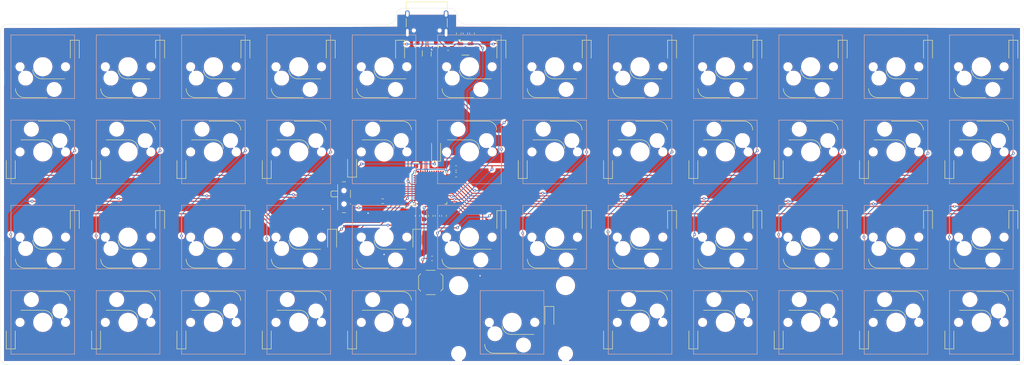
<source format=kicad_pcb>
(kicad_pcb (version 20240108) (generator "pcbnew") (generator_version "8.0")
  (layers (0 "F.Cu" signal) (31 "B.Cu" signal) (34 "B.Paste" user) (35 "F.Paste" user) (36 "B.SilkS" user "B.Silkscreen") (37 "F.SilkS" user "F.Silkscreen") (38 "B.Mask" user) (39 "F.Mask" user) (44 "Edge.Cuts" user))
  (net 0 "")
  (net 1 "GND")
  (net 2 "RST")
  (net 3 "VDDA")
  (net 4 "+3V3")
  (net 5 "VBUS")
  (net 6 "Row 0")
  (net 7 "Net-(D1-A)")
  (net 8 "Net-(D2-A)")
  (net 9 "Net-(D3-A)")
  (net 10 "Row 1")
  (net 11 "Net-(D4-A)")
  (net 12 "Net-(D5-A)")
  (net 13 "Net-(D6-A)")
  (net 14 "Row 2")
  (net 15 "Net-(D7-A)")
  (net 16 "Net-(D8-A)")
  (net 17 "Net-(D9-A)")
  (net 18 "Net-(D10-A)")
  (net 19 "Row 3")
  (net 20 "Net-(D11-A)")
  (net 21 "Net-(D12-A)")
  (net 22 "Net-(D13-A)")
  (net 23 "Net-(D14-A)")
  (net 24 "Net-(D15-A)")
  (net 25 "Net-(D16-A)")
  (net 26 "Net-(D17-A)")
  (net 27 "Net-(D18-A)")
  (net 28 "Net-(D19-A)")
  (net 29 "Net-(D20-A)")
  (net 30 "Net-(D21-A)")
  (net 31 "Net-(D22-A)")
  (net 32 "Net-(D23-A)")
  (net 33 "Net-(D24-A)")
  (net 34 "Net-(D25-A)")
  (net 35 "Net-(D26-A)")
  (net 36 "Net-(D27-A)")
  (net 37 "Net-(D29-A)")
  (net 38 "Net-(D30-A)")
  (net 39 "Net-(D31-A)")
  (net 40 "Net-(D32-A)")
  (net 41 "Net-(D33-A)")
  (net 42 "Net-(D34-A)")
  (net 43 "Net-(D35-A)")
  (net 44 "Net-(D36-A)")
  (net 45 "Net-(D37-A)")
  (net 46 "Net-(D38-A)")
  (net 47 "Net-(D39-A)")
  (net 48 "Net-(D40-A)")
  (net 49 "Net-(D41-A)")
  (net 50 "Net-(D42-A)")
  (net 51 "Net-(D43-A)")
  (net 52 "Net-(D44-A)")
  (net 53 "Net-(D45-A)")
  (net 54 "Net-(D46-A)")
  (net 55 "Net-(D47-A)")
  (net 56 "Net-(U1-VBUS)")
  (net 57 "Net-(J1-D+-PadA6)")
  (net 58 "Net-(J1-D--PadA7)")
  (net 60 "Net-(J1-CC1)")
  (net 62 "Net-(J1-CC2)")
  (net 63 "BOOT")
  (net 64 "Net-(SW49-B)")
  (net 65 "Col 9")
  (net 66 "Col 10")
  (net 67 "Col 11")
  (net 68 "Col 6")
  (net 69 "Col 7")
  (net 70 "Col 8")
  (net 71 "Col 3")
  (net 72 "Col 4")
  (net 73 "Col 5")
  (net 74 "Col 0")
  (net 75 "Col 1")
  (net 76 "Col 2")
  (net 79 "D+")
  (net 93 "D-")
  (net 97 "Net-(D48-A)")
  (footprint "Diode_SMD:D_SOD-123" (layer "F.Cu") (at 163.36175 29.508125 -90)
    (property "Reference" "D21" (hide yes))
    (property "Value" "D" (hide yes))
  )
  (footprint "Diode_SMD:D_SOD-123" (layer "F.Cu") (at 206.22425 93.801875 90)
    (property "Reference" "D12" (hide yes))
    (property "Value" "D" (hide yes))
  )
  (footprint "Button_Switch_SMD:SW_SPST_SKQG_WithStem" (layer "F.Cu") (at 128.535888 81.300264 -90)
    (property "Reference" "SW50" (hide yes))
    (property "Value" "SW_Push" (hide yes))
  )
  (footprint "Diode_SMD:D_SOD-123" (layer "F.Cu") (at 110.974184 55.404192 90)
    (property "Reference" "D30" (hide yes))
    (property "Value" "D" (hide yes))
  )
  (footprint "Diode_SMD:D_SOD-123" (layer "F.Cu") (at 163.36175 67.608125 -90)
    (property "Reference" "D23" (hide yes))
    (property "Value" "D" (hide yes))
  )
  (footprint "Diode_SMD:D_SOD-123" (layer "F.Cu") (at 125.559328 71.775272 -90)
    (property "Reference" "D31" (hide yes))
    (property "Value" "D" (hide yes))
  )
  (footprint "Diode_SMD:D_SOD-123" (layer "F.Cu") (at 106.509344 71.775272 -90)
    (property "Reference" "D35" (hide yes))
    (property "Value" "D" (hide yes))
  )
  (footprint "Diode_SMD:D_SOD-123" (layer "F.Cu") (at 258.61175 67.608125 -90)
    (property "Reference" "D3" (hide yes))
    (property "Value" "D" (hide yes))
  )
  (footprint "Diode_SMD:D_SOD-123" (layer "F.Cu") (at 244.32425 55.701875 90)
    (property "Reference" "D2" (hide yes))
    (property "Value" "D" (hide yes))
  )
  (footprint "Capacitor_SMD:C_0603_1608Metric" (layer "F.Cu") (at 125.559328 66.417464 -90)
    (property "Reference" "C6" (hide yes))
    (property "Value" "100n" (hide yes))
  )
  (footprint "Diode_SMD:D_SOD-123" (layer "F.Cu") (at 220.51175 67.608125 -90)
    (property "Reference" "D11" (hide yes))
    (property "Value" "D" (hide yes))
  )
  (footprint "Resistor_SMD:R_0603_1608Metric" (layer "F.Cu") (at 125.559328 28.615152 -90)
    (property "Reference" "R2" (hide yes))
    (property "Value" "5k1" (hide yes))
  )
  (footprint "Diode_SMD:D_SOD-123" (layer "F.Cu") (at 201.46175 67.608125 -90)
    (property "Reference" "D15" (hide yes))
    (property "Value" "D" (hide yes))
  )
  (footprint "Diode_SMD:D_SOD-123" (layer "F.Cu") (at 144.31175 29.508125 -90)
    (property "Reference" "D25" (hide yes))
    (property "Value" "D" (hide yes))
  )
  (footprint "Diode_SMD:D_SOD-123" (layer "F.Cu") (at 72.87425 55.701875 90)
    (property "Reference" "D38" (hide yes))
    (property "Value" "D" (hide yes))
  )
  (footprint "Diode_SMD:D_SOD-123" (layer "F.Cu") (at 168.12425 93.801875 90)
    (property "Reference" "D20" (hide yes))
    (property "Value" "D" (hide yes))
  )
  (footprint "Capacitor_SMD:C_0603_1608Metric" (layer "F.Cu") (at 128.833544 75.942456)
    (property "Reference" "C0" (hide yes))
    (property "Value" "100n" (hide yes))
  )
  (footprint "Diode_SMD:D_SOD-123" (layer "F.Cu") (at 110.97425 93.801875 90)
    (property "Reference" "D32" (hide yes))
    (property "Value" "D" (hide yes))
  )
  (footprint "Diode_SMD:D_SOD-123" (layer "F.Cu") (at 155.027375 89.039375 -90)
    (property "Reference" "D24" (hide yes))
    (property "Value" "D" (hide yes))
  )
  (footprint "Diode_SMD:D_SOD-123" (layer "F.Cu") (at 53.82425 55.701875 90)
    (property "Reference" "D42" (hide yes))
    (property "Value" "D" (hide yes))
  )
  (footprint "Capacitor_SMD:C_0603_1608Metric" (layer "F.Cu") (at 131.512448 66.417464 -90)
    (property "Reference" "C11" (hide yes))
    (property "Value" "1u" (hide yes))
  )
  (footprint "Fuse:Fuse_0603_1608Metric" (layer "F.Cu") (at 132.405416 28.912808)
    (property "Reference" "F1" (hide yes))
    (property "Value" "500m" (hide yes))
  )
  (footprint "Diode_SMD:D_SOD-123" (layer "F.Cu") (at 187.17425 55.701875 90)
    (property "Reference" "D14" (hide yes))
    (property "Value" "D" (hide yes))
  )
  (footprint "Diode_SMD:D_SOD-123" (layer "F.Cu") (at 201.46175 29.508125 -90)
    (property "Reference" "D13" (hide yes))
    (property "Value" "D" (hide yes))
  )
  (footprint "Capacitor_SMD:C_0603_1608Metric" (layer "F.Cu") (at 134.191352 57.190128)
    (property "Reference" "C8" (hide yes))
    (property "Value" "100n" (hide yes))
  )
  (footprint "Diode_SMD:D_SOD-123" (layer "F.Cu") (at 244.32425 93.801875 90)
    (property "Reference" "D4" (hide yes))
    (property "Value" "D" (hide yes))
  )
  (footprint "Capacitor_SMD:C_0603_1608Metric" (layer "F.Cu") (at 130.024168 66.417464 -90)
    (property "Reference" "C10" (hide yes))
    (property "Value" "10n" (hide yes))
  )
  (footprint "Diode_SMD:D_SOD-123" (layer "F.Cu") (at 182.41175 29.508125 -90)
    (property "Reference" "D17" (hide yes))
    (property "Value" "D" (hide yes))
  )
  (footprint "Diode_SMD:D_SOD-123" (layer "F.Cu") (at 144.31175 67.608125 -90)
    (property "Reference" "D27" (hide yes))
    (property "Value" "D" (hide yes))
  )
  (footprint "Inductor_SMD:L_0603_1608Metric" (layer "F.Cu") (at 128.535888 66.417464 90)
    (property "Reference" "FB1" (hide yes))
    (property "Value" "FerriteBead" (hide yes))
  )
  (footprint "Resistor_SMD:R_0603_1608Metric" (layer "F.Cu") (at 129.726512 28.615152 -90)
    (property "Reference" "R1" (hide yes))
    (property "Value" "5k1" (hide yes))
  )
  (footprint "Capacitor_SMD:C_0603_1608Metric" (layer "F.Cu") (at 125.261672 54.511224 90)
    (property "Reference" "C5" (hide yes))
    (property "Value" "100n" (hide yes))
  )
  (footprint "Diode_SMD:D_SOD-123" (layer "F.Cu") (at 220.51175 29.508125 -90)
    (property "Reference" "D9" (hide yes))
    (property "Value" "D" (hide yes))
  )
  (footprint "Diode_SMD:D_SOD-123" (layer "F.Cu") (at 129.726512 51.83232 90)
    (property "Reference" "D26" (hide yes))
    (property "Value" "D" (hide yes))
  )
  (footprint "Diode_SMD:D_SOD-123" (layer "F.Cu") (at 87.16175 29.508125 -90)
    (property "Reference" "D37" (hide yes))
    (property "Value" "D" (hide yes))
  )
  (footprint "Diode_SMD:D_SOD-123" (layer "F.Cu") (at 53.82425 93.801875 90)
    (property "Reference" "D44" (hide yes))
    (property "Value" "D" (hide yes))
  )
  (footprint "Package_DFN_QFN:QFN-48-1EP_7x7mm_P0.5mm_EP5.6x5.6mm" (layer "F.Cu") (at 128.535888 60.166688 90)
    (property "Reference" "U2" (hide yes))
    (property "Value" "STM32F072CBU7" (hide yes))
  )
  (footprint "Capacitor_SMD:C_0603_1608Metric" (layer "F.Cu") (at 134.786664 25.638592 90)
    (property "Reference" "C2" (hide yes))
    (property "Value" "100n" (hide yes))
  )
  (footprint "Capacitor_SMD:C_0603_1608Metric" (layer "F.Cu") (at 137.763224 25.638592 90)
    (property "Reference" "C3" (hide yes))
    (property "Value" "1u" (hide yes))
  )
  (footprint "Diode_SMD:D_SOD-123" (layer "F.Cu") (at 34.77425 93.801875 90)
    (property "Reference" "D48" (hide yes))
    (property "Value" "D" (hide yes))
  )
  (footprint "Diode_SMD:D_SOD-123" (layer "F.Cu") (at 87.16175 67.608125 -90)
    (property "Reference" "D39" (hide yes))
    (property "Value" "D" (hide yes))
  )
  (footprint "Diode_SMD:D_SOD-123" (layer "F.Cu") (at 187.17425 93.801875 90)
    (property "Reference" "D16" (hide yes))
    (property "Value" "D" (hide yes))
  )
  (footprint "Diode_SMD:D_SOD-123" (layer "F.Cu") (at 225.27425 93.801875 90)
    (property "Reference" "D8" (hide yes))
    (property "Value" "D" (hide yes))
  )
  (footprint "Connector_USB:USB_C_Receptacle_XKB_U262-16XN-4BVC11" (layer "F.Cu") (at 127.643 22.364375 180)
    (property "Reference" "J1" (hide yes))
    (property "Value" "USB_C_Receptacle_USB2.0_16P" (hide yes))
  )
  (footprint "Capacitor_SMD:C_0603_1608Metric" (layer "F.Cu") (at 136.274944 25.638592 90)
    (property "Reference" "C1" (hide yes))
    (property "Value" "1u" (hide yes))
  )
  (footprint "Diode_SMD:D_SOD-123" (layer "F.Cu") (at 121.689875 29.508125 -90)
    (property "Reference" "D29" (hide yes))
    (property "Value" "D" (hide yes))
  )
  (footprint "Diode_SMD:D_SOD-123" (layer "F.Cu") (at 68.11175 29.508125 -90)
    (property "Reference" "D41" (hide yes))
    (property "Value" "D" (hide yes))
  )
  (footprint "Diode_SMD:D_SOD-123" (layer "F.Cu") (at 72.87425 93.801875 90)
    (property "Reference" "D40" (hide yes))
    (property "Value" "D" (hide yes))
  )
  (footprint "Diode_SMD:D_SOD-123" (layer "F.Cu") (at 239.56175 67.608125 -90)
    (property "Reference" "D7" (hide yes))
    (property "Value" "D" (hide yes))
  )
  (footprint "Diode_SMD:D_SOD-123" (layer "F.Cu") (at 91.92425 93.801875 90)
    (property "Reference" "D36" (hide yes))
    (property "Value" "D" (hide yes))
  )
  (footprint "Capacitor_SMD:C_0603_1608Metric" (layer "F.Cu") (at 123.17808 64.631528 -90)
    (property "Reference" "C7" (hide yes))
    (property "Value" "100n" (hide yes))
  )
  (footprint "Diode_SMD:D_SOD-123" (layer "F.Cu") (at 68.11175 67.608125 -90)
    (property "Reference" "D43" (hide yes))
    (property "Value" "D" (hide yes))
  )
  (footprint "Diode_SMD:D_SOD-123" (layer "F.Cu") (at 225.27425 55.701875 90)
    (property "Reference" "D6" (hide yes))
    (property "Value" "D" (hide yes))
  )
  (footprint "Diode_SMD:D_SOD-123" (layer "F.Cu") (at 149.07425 55.701875 90)
    (property "Reference" "D22" (hide yes))
    (property "Value" "D" (hide yes))
  )
  (footprint "Diode_SMD:D_SOD-123" (layer "F.Cu") (at 168.12425 55.701875 90)
    (property "Reference" "D18" (hide yes))
    (property "Value" "D" (hide yes))
  )
  (footprint "Diode_SMD:D_SOD-123" (layer "F.Cu") (at 34.77425 55.701875 90)
    (property "Reference" "D46" (hide yes))
    (property "Value" "D" (hide yes))
  )
  (footprint "Button_Switch_SMD:SW_SPDT_PCM12" (layer "F.Cu") (at 109.485904 62.262 -90)
    (property "Reference" "SW49" (hide yes))
    (property "Value" "SW_SPDT" (hide yes))
  )
  (footprint "Resistor_SMD:R_0603_1608Metric" (layer "F.Cu") (at 117.820272 63.143248 180)
    (property "Reference" "R3" (hide yes))
    (property "Value" "10k" (hide yes))
  )
  (footprint "Diode_SMD:D_SOD-123" (layer "F.Cu") (at 91.92425 55.701875 90)
    (property "Reference" "D34" (hide yes))
    (property "Value" "D" (hide yes))
  )
  (footprint "Capacitor_SMD:C_0603_1608Metric" (layer "F.Cu") (at 134.191352 55.701848)
    (property "Reference" "C4" (hide yes))
    (property "Value" "4u7" (hide yes))
  )
  (footprint "Diode_SMD:D_SOD-123" (layer "F.Cu") (at 258.61175 29.508125 -90)
    (property "Reference" "D1" (hide yes))
    (property "Value" "D" (hide yes))
  )
  (footprint "Package_TO_SOT_SMD:SOT-666" (layer "F.Cu") (at 127.64292 30.103432 -90)
    (property "Reference" "U1" (hide yes))
    (property "Value" "USBLC6-2P6" (hide yes))
  )
  (footprint "Diode_SMD:D_SOD-123" (layer "F.Cu") (at 239.56175 29.508125 -90)
    (property "Reference" "D5" (hide yes))
    (property "Value" "D" (hide yes))
  )
  (footprint "Diode_SMD:D_SOD-123" (layer "F.Cu") (at 182.41175 67.608125 -90)
    (property "Reference" "D19" (hide yes))
    (property "Value" "D" (hide yes))
  )
  (footprint "Package_TO_SOT_SMD:SOT-23-5" (layer "F.Cu") (at 136.274944 28.912808)
    (property "Reference" "U3" (hide yes))
    (property "Value" "AP2112K-3.3" (hide yes))
  )
  (footprint "Diode_SMD:D_SOD-123" (layer "F.Cu") (at 106.21175 29.508125 -90)
    (property "Reference" "D33" (hide yes))
    (property "Value" "D" (hide yes))
  )
  (footprint "PCM_Mounting_Keyboard_Stabilizer:Stabilizer_Cherry_MX_2.00u" (layer "F.Cu") (at 146.693 90.23 180)
    (property "Reference" "REF**" (hide yes))
    (property "Value" "Stabilizer_Cherry_MX_2.00u" (hide yes))
  )
  (footprint "Capacitor_SMD:C_0603_1608Metric" (layer "F.Cu") (at 127.047608 66.417464 90)
    (property "Reference" "C9" (hide yes))
    (property "Value" "10n" (hide yes))
  )
  (footprint "Diode_SMD:D_SOD-123" (layer "F.Cu") (at 49.06175 67.608125 -90)
    (property "Reference" "D47" (hide yes))
    (property "Value" "D" (hide yes))
  )
  (footprint "Diode_SMD:D_SOD-123" (layer "F.Cu") (at 49.06175 29.508125 -90)
    (property "Reference" "D45" (hide yes))
    (property "Value" "D" (hide yes))
  )
  (footprint "Diode_SMD:D_SOD-123" (layer "F.Cu") (at 206.22425 55.701875 90)
    (property "Reference" "D10" (hide yes))
    (property "Value" "D" (hide yes))
  )
  (footprint "PCM_Switch_Keyboard_Hotswap_Kailh:SW_Hotswap_Kailh_MX" (layer "B.Cu") (at 194.318 52.13 180)
    (property "Reference" "SW14" (hide yes))
    (property "Value" "Keyswitch" (hide yes))
  )
  (footprint "PCM_Switch_Keyboard_Hotswap_Kailh:SW_Hotswap_Kailh_MX" (layer "B.Cu") (at 118.118 52.13 180)
    (property "Reference" "SW30" (hide yes))
    (property "Value" "Keyswitch" (hide yes))
  )
  (footprint "PCM_Switch_Keyboard_Hotswap_Kailh:SW_Hotswap_Kailh_MX" (layer "B.Cu") (at 99.068 33.08)
    (property "Reference" "SW33" (hide yes))
    (property "Value" "Keyswitch" (hide yes))
  )
  (footprint "PCM_Switch_Keyboard_Hotswap_Kailh:SW_Hotswap_Kailh_MX" (layer "B.Cu") (at 41.918 52.13 180)
    (property "Reference" "SW46" (hide yes))
    (property "Value" "Keyswitch" (hide yes))
  )
  (footprint "PCM_Switch_Keyboard_Hotswap_Kailh:SW_Hotswap_Kailh_MX" (layer "B.Cu") (at 80.018 90.23 180)
    (property "Reference" "SW40" (hide yes))
    (property "Value" "Keyswitch" (hide yes))
  )
  (footprint "PCM_Switch_Keyboard_Hotswap_Kailh:SW_Hotswap_Kailh_MX" (layer "B.Cu") (at 175.268 90.23 180)
    (property "Reference" "SW20" (hide yes))
    (property "Value" "Keyswitch" (hide yes))
  )
  (footprint "PCM_Switch_Keyboard_Hotswap_Kailh:SW_Hotswap_Kailh_MX" (layer "B.Cu") (at 146.693 90.23)
    (property "Reference" "SW24" (hide yes))
    (property "Value" "Keyswitch" (hide yes))
  )
  (footprint "PCM_Switch_Keyboard_Hotswap_Kailh:SW_Hotswap_Kailh_MX" (layer "B.Cu") (at 118.118 90.23 180)
    (property "Reference" "SW32" (hide yes))
    (property "Value" "Keyswitch" (hide yes))
  )
  (footprint "PCM_Switch_Keyboard_Hotswap_Kailh:SW_Hotswap_Kailh_MX" (layer "B.Cu") (at 232.418 52.13 180)
    (property "Reference" "SW6" (hide yes))
    (property "Value" "Keyswitch" (hide yes))
  )
  (footprint "PCM_Switch_Keyboard_Hotswap_Kailh:SW_Hotswap_Kailh_MX" (layer "B.Cu") (at 251.468 52.13 180)
    (property "Reference" "SW2" (hide yes))
    (property "Value" "Keyswitch" (hide yes))
  )
  (footprint "PCM_Switch_Keyboard_Hotswap_Kailh:SW_Hotswap_Kailh_MX" (layer "B.Cu") (at 118.118 33.08)
    (property "Reference" "SW29" (hide yes))
    (property "Value" "Keyswitch" (hide yes))
  )
  (footprint "PCM_Switch_Keyboard_Hotswap_Kailh:SW_Hotswap_Kailh_MX" (layer "B.Cu") (at 175.268 33.08)
    (property "Reference" "SW17" (hide yes))
    (property "Value" "Keyswitch" (hide yes))
  )
  (footprint "PCM_Switch_Keyboard_Hotswap_Kailh:SW_Hotswap_Kailh_MX" (layer "B.Cu") (at 137.168 33.08)
    (property "Reference" "SW25" (hide yes))
    (property "Value" "Keyswitch" (hide yes))
  )
  (footprint "PCM_Switch_Keyboard_Hotswap_Kailh:SW_Hotswap_Kailh_MX" (layer "B.Cu") (at 232.418 90.23 180)
    (property "Reference" "SW8" (hide yes))
    (property "Value" "Keyswitch" (hide yes))
  )
  (footprint "PCM_Switch_Keyboard_Hotswap_Kailh:SW_Hotswap_Kailh_MX" (layer "B.Cu") (at 137.168 71.18)
    (property "Reference" "SW27" (hide yes))
    (property "Value" "Keyswitch" (hide yes))
  )
  (footprint "PCM_Switch_Keyboard_Hotswap_Kailh:SW_Hotswap_Kailh_MX" (layer "B.Cu") (at 137.168 52.13 180)
    (property "Reference" "SW26" (hide yes))
    (property "Value" "Keyswitch" (hide yes))
  )
  (footprint "PCM_Switch_Keyboard_Hotswap_Kailh:SW_Hotswap_Kailh_MX" (layer "B.Cu") (at 41.918 71.18)
    (property "Reference" "SW47" (hide yes))
    (property "Value" "Keyswitch" (hide yes))
  )
  (footprint "PCM_Switch_Keyboard_Hotswap_Kailh:SW_Hotswap_Kailh_MX" (layer "B.Cu") (at 80.018 52.13 180)
    (property "Reference" "SW38" (hide yes))
    (property "Value" "Keyswitch" (hide yes))
  )
  (footprint "PCM_Switch_Keyboard_Hotswap_Kailh:SW_Hotswap_Kailh_MX" (layer "B.Cu") (at 60.968 52.13 180)
    (property "Reference" "SW42" (hide yes))
    (property "Value" "Keyswitch" (hide yes))
  )
  (footprint "PCM_Switch_Keyboard_Hotswap_Kailh:SW_Hotswap_Kailh_MX" (layer "B.Cu") (at 60.968 33.08)
    (property "Reference" "SW41" (hide yes))
    (property "Value" "Keyswitch" (hide yes))
  )
  (footprint "PCM_Switch_Keyboard_Hotswap_Kailh:SW_Hotswap_Kailh_MX" (layer "B.Cu") (at 99.068 90.23 180)
    (property "Reference" "SW36" (hide yes))
    (property "Value" "Keyswitch" (hide yes))
  )
  (footprint "PCM_Switch_Keyboard_Hotswap_Kailh:SW_Hotswap_Kailh_MX" (layer "B.Cu") (at 99.068 52.13 180)
    (property "Reference" "SW34" (hide yes))
    (property "Value" "Keyswitch" (hide yes))
  )
  (footprint "PCM_Switch_Keyboard_Hotswap_Kailh:SW_Hotswap_Kailh_MX" (layer "B.Cu") (at 194.318 90.23 180)
    (property "Reference" "SW16" (hide yes))
    (property "Value" "Keyswitch" (hide yes))
  )
  (footprint "PCM_Switch_Keyboard_Hotswap_Kailh:SW_Hotswap_Kailh_MX" (layer "B.Cu") (at 80.018 71.18)
    (property "Reference" "SW39" (hide yes))
    (property "Value" "Keyswitch" (hide yes))
  )
  (footprint "PCM_Switch_Keyboard_Hotswap_Kailh:SW_Hotswap_Kailh_MX" (layer "B.Cu") (at 156.218 52.13 180)
    (property "Reference" "SW22" (hide yes))
    (property "Value" "Keyswitch" (hide yes))
  )
  (footprint "PCM_Switch_Keyboard_Hotswap_Kailh:SW_Hotswap_Kailh_MX" (layer "B.Cu") (at 175.268 52.13 180)
    (property "Reference" "SW18" (hide yes))
    (property "Value" "Keyswitch" (hide yes))
  )
  (footprint "PCM_Switch_Keyboard_Hotswap_Kailh:SW_Hotswap_Kailh_MX" (layer "B.Cu") (at 41.918 33.08)
    (property "Reference" "SW45" (hide yes))
    (property "Value" "Keyswitch" (hide yes))
  )
  (footprint "PCM_Switch_Keyboard_Hotswap_Kailh:SW_Hotswap_Kailh_MX" (layer "B.Cu") (at 213.368 90.23 180)
    (property "Reference" "SW12" (hide yes))
    (property "Value" "Keyswitch" (hide yes))
  )
  (footprint "PCM_Switch_Keyboard_Hotswap_Kailh:SW_Hotswap_Kailh_MX" (layer "B.Cu") (at 213.368 33.08)
    (property "Reference" "SW9" (hide yes))
    (property "Value" "Keyswitch" (hide yes))
  )
  (footprint "PCM_Switch_Keyboard_Hotswap_Kailh:SW_Hotswap_Kailh_MX" (layer "B.Cu") (at 156.218 71.18)
    (property "Reference" "SW23" (hide yes))
    (property "Value" "Keyswitch" (hide yes))
  )
  (footprint "PCM_Switch_Keyboard_Hotswap_Kailh:SW_Hotswap_Kailh_MX" (layer "B.Cu") (at 60.968 90.23 180)
    (property "Reference" "SW44" (hide yes))
    (property "Value" "Keyswitch" (hide yes))
  )
  (footprint "PCM_Switch_Keyboard_Hotswap_Kailh:SW_Hotswap_Kailh_MX" (layer "B.Cu") (at 99.068 71.18)
    (property "Reference" "SW35" (hide yes))
    (property "Value" "Keyswitch" (hide yes))
  )
  (footprint "PCM_Switch_Keyboard_Hotswap_Kailh:SW_Hotswap_Kailh_MX" (layer "B.Cu") (at 118.118 71.18)
    (property "Reference" "SW31" (hide yes))
    (property "Value" "Keyswitch" (hide yes))
  )
  (footprint "PCM_Switch_Keyboard_Hotswap_Kailh:SW_Hotswap_Kailh_MX" (layer "B.Cu") (at 251.468 71.18)
    (property "Reference" "SW3" (hide yes))
    (property "Value" "Keyswitch" (hide yes))
  )
  (footprint "PCM_Switch_Keyboard_Hotswap_Kailh:SW_Hotswap_Kailh_MX" (layer "B.Cu") (at 232.418 71.18)
    (property "Reference" "SW7" (hide yes))
    (property "Value" "Keyswitch" (hide yes))
  )
  (footprint "PCM_Switch_Keyboard_Hotswap_Kailh:SW_Hotswap_Kailh_MX" (layer "B.Cu") (at 60.968 71.18)
    (property "Reference" "SW43" (hide yes))
    (property "Value" "Keyswitch" (hide yes))
  )
  (footprint "PCM_Switch_Keyboard_Hotswap_Kailh:SW_Hotswap_Kailh_MX" (layer "B.Cu") (at 41.918 90.23 180)
    (property "Reference" "SW48" (hide yes))
    (property "Value" "Keyswitch" (hide yes))
  )
  (footprint "PCM_Switch_Keyboard_Hotswap_Kailh:SW_Hotswap_Kailh_MX" (layer "B.Cu") (at 232.418 33.08)
    (property "Reference" "SW5" (hide yes))
    (property "Value" "Keyswitch" (hide yes))
  )
  (footprint "PCM_Switch_Keyboard_Hotswap_Kailh:SW_Hotswap_Kailh_MX" (layer "B.Cu") (at 251.468 90.23 180)
    (property "Reference" "SW4" (hide yes))
    (property "Value" "Keyswitch" (hide yes))
  )
  (footprint "PCM_Switch_Keyboard_Hotswap_Kailh:SW_Hotswap_Kailh_MX" (layer "B.Cu") (at 194.318 71.18)
    (property "Reference" "SW15" (hide yes))
    (property "Value" "Keyswitch" (hide yes))
  )
  (footprint "PCM_Switch_Keyboard_Hotswap_Kailh:SW_Hotswap_Kailh_MX" (layer "B.Cu") (at 213.368 71.18)
    (property "Reference" "SW11" (hide yes))
    (property "Value" "Keyswitch" (hide yes))
  )
  (footprint "PCM_Switch_Keyboard_Hotswap_Kailh:SW_Hotswap_Kailh_MX" (layer "B.Cu") (at 156.218 33.08)
    (property "Reference" "SW21" (hide yes))
    (property "Value" "Keyswitch" (hide yes))
  )
  (footprint "PCM_Switch_Keyboard_Hotswap_Kailh:SW_Hotswap_Kailh_MX" (layer "B.Cu") (at 80.018 33.08)
    (property "Reference" "SW37" (hide yes))
    (property "Value" "Keyswitch" (hide yes))
  )
  (footprint "PCM_Switch_Keyboard_Hotswap_Kailh:SW_Hotswap_Kailh_MX" (layer "B.Cu") (at 251.468 33.08)
    (property "Reference" "SW1" (hide yes))
    (property "Value" "Keyswitch" (hide yes))
  )
  (footprint "PCM_Switch_Keyboard_Hotswap_Kailh:SW_Hotswap_Kailh_MX" (layer "B.Cu") (at 213.368 52.13 180)
    (property "Reference" "SW10" (hide yes))
    (property "Value" "Keyswitch" (hide yes))
  )
  (footprint "PCM_Switch_Keyboard_Hotswap_Kailh:SW_Hotswap_Kailh_MX" (layer "B.Cu") (at 175.268 71.18)
    (property "Reference" "SW19" (hide yes))
    (property "Value" "Keyswitch" (hide yes))
  )
  (footprint "PCM_Switch_Keyboard_Hotswap_Kailh:SW_Hotswap_Kailh_MX" (layer "B.Cu") (at 194.318 33.08)
    (property "Reference" "SW13" (hide yes))
    (property "Value" "Keyswitch" (hide yes))
  )
  (gr_line (start 260.992808 97.969) (end 260.992808 25.340936) (stroke (width 0.05)) (layer "Edge.Cuts"))
  (gr_arc (start 120.796832 21.769064) (mid 121.319904 20.506179) (end 122.582768 19.983128) (stroke (width 0.05)) (layer "Edge.Cuts"))
  (gr_arc (start 260.992808 97.969) (mid 260.469719 99.231847) (end 259.206872 99.754936) (stroke (width 0.05)) (layer "Edge.Cuts"))
  (gr_line (start 122.582768 19.983128) (end 132.703072 19.983128) (stroke (width 0.05)) (layer "Edge.Cuts"))
  (gr_arc (start 259.206872 23.555) (mid 260.469719 24.078089) (end 260.992808 25.340936) (stroke (width 0.05)) (layer "Edge.Cuts"))
  (gr_arc (start 120.796832 21.769064) (mid 120.273743 23.031911) (end 119.010896 23.555) (stroke (width 0.05)) (layer "Edge.Cuts"))
  (gr_arc (start 132.703072 19.983128) (mid 133.965923 20.506209) (end 134.489008 21.769064) (stroke (width 0.05)) (layer "Edge.Cuts"))
  (gr_line (start 34.178936 99.754936) (end 259.206872 99.754936) (stroke (width 0.05)) (layer "Edge.Cuts"))
  (gr_line (start 259.206872 23.555) (end 136.274944 23.555) (stroke (width 0.05)) (layer "Edge.Cuts"))
  (gr_line (start 32.393 25.340936) (end 32.393 97.969) (stroke (width 0.05)) (layer "Edge.Cuts"))
  (gr_arc (start 136.274944 23.555) (mid 135.012097 23.031911) (end 134.489008 21.769064) (stroke (width 0.05)) (layer "Edge.Cuts"))
  (gr_line (start 119.010896 23.555) (end 34.178936 23.555) (stroke (width 0.05)) (layer "Edge.Cuts"))
  (gr_arc (start 32.393 25.340936) (mid 32.916089 24.078089) (end 34.178936 23.555) (stroke (width 0.05)) (layer "Edge.Cuts"))
  (gr_arc (start 34.178936 99.754936) (mid 32.916089 99.231847) (end 32.393 97.969) (stroke (width 0.05)) (layer "Edge.Cuts"))
  (segment (start 128.646963 64.703872) (end 127.9862 64.703872) (width 0.2) (layer "F.Cu") (net 1))
  (segment (start 127.945265 29.805776) (end 127.64292 29.503431) (width 0.2) (layer "F.Cu") (net 1))
  (segment (start 129.285888 60.916688) (end 128.535888 60.166688) (width 0.2) (layer "F.Cu") (net 1))
  (segment (start 125.098388 62.416688) (end 126.285888 62.416688) (width 0.2) (layer "F.Cu") (net 1))
  (segment (start 130.785888 57.916688) (end 128.535888 60.166688) (width 0.2) (layer "F.Cu") (net 1))
  (segment (start 127.64292 29.503431) (end 127.372919 29.773432) (width 0.2) (layer "F.Cu") (net 1))
  (segment (start 129.726512 29.440152) (end 129.360888 29.805776) (width 0.2) (layer "F.Cu") (net 1))
  (segment (start 125.892608 29.773432) (end 125.559328 29.440152) (width 0.2) (layer "F.Cu") (net 1))
  (segment (start 126.285888 57.916688) (end 128.535888 60.166688) (width 0.2) (layer "F.Cu") (net 1))
  (segment (start 126.285888 62.416688) (end 128.535888 60.166688) (width 0.2) (layer "F.Cu") (net 1))
  (segment (start 127.9862 64.703872) (end 127.047608 65.642464) (width 0.2) (layer "F.Cu") (net 1))
  (segment (start 126.285888 54.76044) (end 125.261672 53.736224) (width 0.2) (layer "F.Cu") (net 1))
  (segment (start 127.64292 29.178432) (end 127.64292 29.503431) (width 0.2) (layer "F.Cu") (net 1))
  (segment (start 127.372919 29.773432) (end 125.892608 29.773432) (width 0.2) (layer "F.Cu") (net 1))
  (segment (start 129.285888 63.604188) (end 129.285888 64.064947) (width 0.2) (layer "F.Cu") (net 1))
  (segment (start 129.285888 63.604188) (end 129.285888 60.916688) (width 0.2) (layer "F.Cu") (net 1))
  (segment (start 126.285888 56.729188) (end 126.285888 57.916688) (width 0.2) (layer "F.Cu") (net 1))
  (segment (start 131.973388 57.916688) (end 131.991828 57.935128) (width 0.2) (layer "F.Cu") (net 1))
  (segment (start 134.221352 57.935128) (end 134.966352 57.190128) (width 0.2) (layer "F.Cu") (net 1))
  (segment (start 126.285888 56.729188) (end 126.285888 54.76044) (width 0.2) (layer "F.Cu") (net 1))
  (segment (start 129.285888 64.064947) (end 128.646963 64.703872) (width 0.2) (layer "F.Cu") (net 1))
  (segment (start 129.360888 29.805776) (end 127.945265 29.805776) (width 0.2) (layer "F.Cu") (net 1))
  (segment (start 131.973388 57.916688) (end 130.785888 57.916688) (width 0.2) (layer "F.Cu") (net 1))
  (segment (start 131.991828 57.935128) (end 134.221352 57.935128) (width 0.2) (layer "F.Cu") (net 1))
  (via (at 104.425752 64.929184) (size 0.6) (drill 0.3) (layers "F.Cu" "B.Cu") (net 1))
  (via (at 139.54916 79.811984) (size 0.6) (drill 0.3) (layers "F.Cu" "B.Cu") (net 1))
  (via (at 114.546056 65.822152) (size 0.6) (drill 0.3) (layers "F.Cu" "B.Cu") (net 1))
  (via (at 118.117928 75.049488) (size 0.6) (drill 0.3) (layers "F.Cu" "B.Cu") (net 1))
  (segment (start 128.785888 63.604188) (end 128.785888 64.041687) (width 0.2) (layer "F.Cu") (net 2))
  (segment (start 126.749952 76.240112) (end 126.749952 78.1362) (width 0.2) (layer "F.Cu") (net 2))
  (segment (start 128.493703 64.333872) (end 127.345264 64.333872) (width 0.2) (layer "F.Cu") (net 2))
  (segment (start 127.047608 75.942456) (end 126.749952 76.240112) (width 0.2) (layer "F.Cu") (net 2))
  (segment (start 128.058544 75.942456) (end 127.047608 75.942456) (width 0.2) (layer "F.Cu") (net 2))
  (segment (start 126.685888 84.400264) (end 126.685888 78.200264) (width 0.2) (layer "F.Cu") (net 2))
  (segment (start 127.345264 64.333872) (end 127.047608 64.631528) (width 0.2) (layer "F.Cu") (net 2))
  (segment (start 128.785888 64.041687) (end 128.493703 64.333872) (width 0.2) (layer "F.Cu") (net 2))
  (segment (start 126.749952 78.1362) (end 126.685888 78.200264) (width 0.2) (layer "F.Cu") (net 2))
  (via (at 126.749952 76.240112) (size 0.6) (drill 0.3) (layers "F.Cu" "B.Cu") (net 2))
  (via (at 127.047608 64.631528) (size 0.6) (drill 0.3) (layers "F.Cu" "B.Cu") (net 2))
  (segment (start 127.047608 64.631528) (end 127.047608 75.942456) (width 0.2) (layer "B.Cu") (net 2))
  (segment (start 127.047608 75.942456) (end 126.749952 76.240112) (width 0.2) (layer "B.Cu") (net 2))
  (segment (start 130.024168 65.642464) (end 131.512448 65.642464) (width 0.2) (layer "F.Cu") (net 3))
  (segment (start 128.535888 65.629964) (end 130.011668 65.629964) (width 0.2) (layer "F.Cu") (net 3))
  (segment (start 129.785888 65.404184) (end 130.024168 65.642464) (width 0.2) (layer "F.Cu") (net 3))
  (segment (start 129.785888 63.604188) (end 129.785888 65.404184) (width 0.2) (layer "F.Cu") (net 3))
  (segment (start 130.011668 65.629964) (end 130.024168 65.642464) (width 0.2) (layer "F.Cu") (net 3))
  (segment (start 132.199948 57.190128) (end 131.973388 57.416688) (width 0.2) (layer "F.Cu") (net 4))
  (segment (start 124.964016 63.05106) (end 125.098388 62.916688) (width 0.2) (layer "F.Cu") (net 4))
  (segment (start 127.047608 67.130744) (end 125.559328 65.642464) (width 0.2) (layer "F.Cu") (net 4))
  (segment (start 133.416352 55.701848) (end 133.000728 55.701848) (width 0.2) (layer "F.Cu") (net 4))
  (segment (start 133.416352 57.190128) (end 132.199948 57.190128) (width 0.2) (layer "F.Cu") (net 4))
  (segment (start 137.763224 26.413592) (end 137.763224 27.612028) (width 0.2) (layer "F.Cu") (net 4))
  (segment (start 111.035432 64.631528) (end 110.915904 64.512) (width 0.2) (layer "F.Cu") (net 4))
  (segment (start 125.785888 63.604188) (end 125.785888 65.415904) (width 0.2) (layer "F.Cu") (net 4))
  (segment (start 124.964016 63.73856) (end 125.651516 63.73856) (width 0.2) (layer "F.Cu") (net 4))
  (segment (start 125.651516 56.594816) (end 125.785888 56.729188) (width 0.2) (layer "F.Cu") (net 4))
  (segment (start 133.000728 55.701848) (end 132.10776 56.594816) (width 0.2) (layer "F.Cu") (net 4))
  (segment (start 112.462464 64.631528) (end 111.035432 64.631528) (width 0.2) (layer "F.Cu") (net 4))
  (segment (start 125.261672 56.204972) (end 125.785888 56.729188) (width 0.2) (layer "F.Cu") (net 4))
  (segment (start 137.763224 27.612028) (end 137.412444 27.962808) (width 0.2) (layer "F.Cu") (net 4))
  (segment (start 139.194472 27.962808) (end 140.144472 28.912808) (width 0.2) (layer "F.Cu") (net 4))
  (segment (start 125.785888 65.415904) (end 125.559328 65.642464) (width 0.2) (layer "F.Cu") (net 4))
  (segment (start 125.098388 62.916688) (end 124.11792 62.916688) (width 0.2) (layer "F.Cu") (net 4))
  (segment (start 128.535888 67.204964) (end 127.060108 67.204964) (width 0.2) (layer "F.Cu") (net 4))
  (segment (start 132.10776 56.594816) (end 132.10776 57.282316) (width 0.2) (layer "F.Cu") (net 4))
  (segment (start 125.651516 63.73856) (end 125.785888 63.604188) (width 0.2) (layer "F.Cu") (net 4))
  (segment (start 127.047608 67.192464) (end 127.047608 67.130744) (width 0.2) (layer "F.Cu") (net 4))
  (segment (start 124.11792 62.916688) (end 123.17808 63.856528) (width 0.2) (layer "F.Cu") (net 4))
  (segment (start 124.964016 56.594816) (end 125.651516 56.594816) (width 0.2) (layer "F.Cu") (net 4))
  (segment (start 132.10776 57.282316) (end 131.973388 57.416688) (width 0.2) (layer "F.Cu") (net 4))
  (segment (start 137.412444 27.962808) (end 139.194472 27.962808) (width 0.2) (layer "F.Cu") (net 4))
  (segment (start 125.261672 55.286224) (end 125.261672 56.204972) (width 0.2) (layer "F.Cu") (net 4))
  (segment (start 124.964016 63.73856) (end 124.964016 63.05106) (width 0.2) (layer "F.Cu") (net 4))
  (segment (start 127.060108 67.204964) (end 127.047608 67.192464) (width 0.2) (layer "F.Cu") (net 4))
  (via (at 124.964016 63.73856) (size 0.6) (drill 0.3) (layers "F.Cu" "B.Cu") (net 4))
  (via (at 140.144472 28.912808) (size 0.6) (drill 0.3) (layers "F.Cu" "B.Cu") (net 4))
  (via (at 124.964016 56.594816) (size 0.6) (drill 0.3) (layers "F.Cu" "B.Cu") (net 4))
  (via (at 132.10776 56.594816) (size 0.6) (drill 0.3) (layers "F.Cu" "B.Cu") (net 4))
  (via (at 112.462464 64.631528) (size 0.6) (drill 0.3) (layers "F.Cu" "B.Cu") (net 4))
  (segment (start 136.675575 38.540775) (end 136.675575 47.654075) (width 0.2) (layer "B.Cu") (net 4))
  (segment (start 136.675575 47.654075) (end 133.390298 50.939352) (width 0.2) (layer "B.Cu") (net 4))
  (segment (start 122.880424 64.631528) (end 112.462464 64.631528) (width 0.2) (layer "B.Cu") (net 4))
  (segment (start 132.10776 56.594816) (end 131.512448 55.999504) (width 0.2) (layer "B.Cu") (net 4))
  (segment (start 140.144472 28.912808) (end 140.144472 35.071878) (width 0.2) (layer "B.Cu") (net 4))
  (segment (start 124.368704 63.143248) (end 124.964016 63.73856) (width 0.2) (layer "B.Cu") (net 4))
  (segment (start 132.10776 53.866838) (end 132.10776 56.594816) (width 0.2) (layer "B.Cu") (net 4))
  (segment (start 125.559328 55.999504) (end 124.964016 56.594816) (width 0.2) (layer "B.Cu") (net 4))
  (segment (start 124.368704 57.190128) (end 124.368704 63.143248) (width 0.2) (layer "B.Cu") (net 4))
  (segment (start 133.390298 50.939352) (end 133.390298 52.5843) (width 0.2) (layer "B.Cu") (net 4))
  (segment (start 140.144472 35.071878) (end 136.675575 38.540775) (width 0.2) (layer "B.Cu") (net 4))
  (segment (start 133.390298 52.5843) (end 132.10776 53.866838) (width 0.2) (layer "B.Cu") (net 4))
  (segment (start 131.512448 55.999504) (end 125.559328 55.999504) (width 0.2) (layer "B.Cu") (net 4))
  (segment (start 124.964016 56.594816) (end 124.368704 57.190128) (width 0.2) (layer "B.Cu") (net 4))
  (segment (start 124.368704 63.143248) (end 122.880424 64.631528) (width 0.2) (layer "B.Cu") (net 4))
  (segment (start 133.192916 28.912808) (end 134.142916 29.862808) (width 0.2) (layer "F.Cu") (net 5))
  (segment (start 134.142916 29.862808) (end 135.137444 29.862808) (width 0.2) (layer "F.Cu") (net 5))
  (segment (start 134.786664 27.612028) (end 135.137444 27.962808) (width 0.2) (layer "F.Cu") (net 5))
  (segment (start 133.192916 28.912808) (end 134.142916 27.962808) (width 0.2) (layer "F.Cu") (net 5))
  (segment (start 134.142916 27.962808) (end 135.137444 27.962808) (width 0.2) (layer "F.Cu") (net 5))
  (segment (start 136.274944 26.413592) (end 134.786664 26.413592) (width 0.2) (layer "F.Cu") (net 5))
  (segment (start 134.786664 26.413592) (end 134.786664 27.612028) (width 0.2) (layer "F.Cu") (net 5))
  (segment (start 133.298384 29.018276) (end 133.192916 28.912808) (width 0.2) (layer "F.Cu") (net 5))
  (segment (start 144.31175 27.858125) (end 142.687435 27.858125) (width 0.2) (layer "F.Cu") (net 6))
  (segment (start 220.51175 27.858125) (end 201.46175 27.858125) (width 0.2) (layer "F.Cu") (net 6))
  (segment (start 163.36175 27.858125) (end 144.31175 27.858125) (width 0.2) (layer "F.Cu") (net 6))
  (segment (start 201.46175 27.858125) (end 182.41175 27.858125) (width 0.2) (layer "F.Cu") (net 6))
  (segment (start 121.689875 27.858125) (end 106.21175 27.858125) (width 0.2) (layer "F.Cu") (net 6))
  (segment (start 239.56175 27.858125) (end 220.51175 27.858125) (width 0.2) (layer "F.Cu") (net 6))
  (segment (start 144.31175 27.858125) (end 145.798 29.344375) (width 0.2) (layer "F.Cu") (net 6))
  (segment (start 145.798 29.344375) (end 145.798 44.690512) (width 0.2) (layer "F.Cu") (net 6))
  (segment (start 133.051658 61.916688) (end 131.973388 61.916688) (width 0.2) (layer "F.Cu") (net 6))
  (segment (start 123.17808 28.01984) (end 121.85159 28.01984) (width 0.2) (layer "F.Cu") (net 6))
  (segment (start 106.21175 27.858125) (end 87.16175 27.858125) (width 0.2) (layer "F.Cu") (net 6))
  (segment (start 133.210021 62.075051) (end 133.051658 61.916688) (width 0.2) (layer "F.Cu") (net 6))
  (segment (start 142.687435 27.858125) (end 142.52572 28.01984) (width 0.2) (layer "F.Cu") (net 6))
  (segment (start 121.85159 28.01984) (end 121.689875 27.858125) (width 0.2) (layer "F.Cu") (net 6))
  (segment (start 87.16175 27.858125) (end 68.11175 27.858125) (width 0.2) (layer "F.Cu") (net 6))
  (segment (start 68.11175 27.858125) (end 49.06175 27.858125) (width 0.2) (layer "F.Cu") (net 6))
  (segment (start 258.61175 27.858125) (end 239.56175 27.858125) (width 0.2) (layer "F.Cu") (net 6))
  (segment (start 182.41175 27.858125) (end 163.36175 27.858125) (width 0.2) (layer "F.Cu") (net 6))
  (segment (start 145.798 44.690512) (end 144.906968 45.581544) (width 0.2) (layer "F.Cu") (net 6))
  (via (at 142.52572 28.01984) (size 0.6) (drill 0.3) (layers "F.Cu" "B.Cu") (net 6))
  (via (at 133.210021 62.075051) (size 0.6) (drill 0.3) (layers "F.Cu" "B.Cu") (net 6))
  (via (at 144.906968 45.581544) (size 0.6) (drill 0.3) (layers "F.Cu" "B.Cu") (net 6))
  (via (at 123.17808 28.01984) (size 0.6) (drill 0.3) (layers "F.Cu" "B.Cu") (net 6))
  (segment (start 143.741656 52.40232) (end 134.068925 62.075051) (width 0.2) (layer "B.Cu") (net 6))
  (segment (start 144.906968 45.581544) (end 143.741656 46.746856) (width 0.2) (layer "B.Cu") (net 6))
  (segment (start 143.741656 46.746856) (end 143.741656 52.40232) (width 0.2) (layer "B.Cu") (net 6))
  (segment (start 142.52572 28.01984) (end 123.17808 28.01984) (width 0.2) (layer "B.Cu") (net 6))
  (segment (start 134.068925 62.075051) (end 133.210021 62.075051) (width 0.2) (layer "B.Cu") (net 6))
  (segment (start 258.61175 36.85825) (end 258.61175 31.158125) (width 0.2) (layer "F.Cu") (net 7))
  (segment (start 257.31 38.16) (end 258.61175 36.85825) (width 0.2) (layer "F.Cu") (net 7))
  (segment (start 244.32425 48.35175) (end 244.32425 54.051875) (width 0.2) (layer "F.Cu") (net 8))
  (segment (start 245.626 47.05) (end 244.32425 48.35175) (width 0.2) (layer "F.Cu") (net 8))
  (segment (start 258.61175 74.95825) (end 258.61175 69.258125) (width 0.2) (layer "F.Cu") (net 9))
  (segment (start 257.31 76.26) (end 258.61175 74.95825) (width 0.2) (layer "F.Cu") (net 9))
  (segment (start 142.228064 55.201848) (end 135.977288 55.201848) (width 0.2) (layer "F.Cu") (net 10))
  (segment (start 132.410887 62.416688) (end 131.973388 62.416688) (width 0.2) (layer "F.Cu") (net 10))
  (segment (start 129.428856 54.80888) (end 129.428856 53.779976) (width 0.2) (layer "F.Cu") (net 10))
  (segment (start 149.07425 57.351875) (end 148.640587 57.351875) (width 0.2) (layer "F.Cu") (net 10))
  (segment (start 187.17425 57.351875) (end 168.12425 57.351875) (width 0.2) (layer "F.Cu") (net 10))
  (segment (start 110.97425 56.892406) (end 113.057776 54.80888) (width 0.2) (layer "F.Cu") (net 10))
  (segment (start 142.228064 55.201848) (end 142.228064 55.999504) (width 0.2) (layer "F.Cu") (net 10))
  (segment (start 133.836858 62.701889) (end 132.696088 62.701889) (width 0.2) (layer "F.Cu") (net 10))
  (segment (start 168.12425 57.351875) (end 149.07425 57.351875) (width 0.2) (layer "F.Cu") (net 10))
  (segment (start 72.87425 57.351875) (end 34.77425 57.351875) (width 0.2) (layer "F.Cu") (net 10))
  (segment (start 132.696088 62.701889) (end 132.410887 62.416688) (width 0.2) (layer "F.Cu") (net 10))
  (segment (start 129.726512 53.48232) (end 134.25776 53.48232) (width 0.2) (layer "F.Cu") (net 10))
  (segment (start 91.92425 57.351875) (end 72.87425 57.351875) (width 0.2) (layer "F.Cu") (net 10))
  (segment (start 110.97425 57.351875) (end 110.97425 56.892406) (width 0.2) (layer "F.Cu") (net 10))
  (segment (start 148.640587 57.351875) (end 146.49056 55.201848) (width 0.2) (layer "F.Cu") (net 10))
  (segment (start 206.22425 57.351875) (end 187.17425 57.351875) (width 0.2) (layer "F.Cu") (net 10))
  (segment (start 110.97425 57.351875) (end 91.92425 57.351875) (width 0.2) (layer "F.Cu") (net 10))
  (segment (start 225.27425 57.351875) (end 206.22425 57.351875) (width 0.2) (layer "F.Cu") (net 10))
  (segment (start 129.428856 53.779976) (end 129.726512 53.48232) (width 0.2) (layer "F.Cu") (net 10))
  (segment (start 244.32425 57.351875) (end 225.27425 57.351875) (width 0.2) (layer "F.Cu") (net 10))
  (segment (start 134.25776 53.48232) (end 135.977288 55.201848) (width 0.2) (layer "F.Cu") (net 10))
  (segment (start 146.49056 55.201848) (end 142.228064 55.201848) (width 0.2) (layer "F.Cu") (net 10))
  (via (at 142.228064 55.999504) (size 0.6) (drill 0.3) (layers "F.Cu" "B.Cu") (net 10))
  (via (at 113.057776 54.80888) (size 0.6) (drill 0.3) (layers "F.Cu" "B.Cu") (net 10))
  (via (at 133.836858 62.701889) (size 0.6) (drill 0.3) (layers "F.Cu" "B.Cu") (net 10))
  (via (at 129.428856 54.80888) (size 0.6) (drill 0.3) (layers "F.Cu" "B.Cu") (net 10))
  (segment (start 135.525679 62.701889) (end 133.836858 62.701889) (width 0.2) (layer "B.Cu") (net 10))
  (segment (start 142.228064 55.999504) (end 135.525679 62.701889) (width 0.2) (layer "B.Cu") (net 10))
  (segment (start 113.057776 54.80888) (end 129.428856 54.80888) (width 0.2) (layer "B.Cu") (net 10))
  (segment (start 245.626 85.15) (end 244.32425 86.45175) (width 0.2) (layer "F.Cu") (net 11))
  (segment (start 244.32425 86.45175) (end 244.32425 92.151875) (width 0.2) (layer "F.Cu") (net 11))
  (segment (start 238.26 38.16) (end 239.56175 36.85825) (width 0.2) (layer "F.Cu") (net 12))
  (segment (start 239.56175 36.85825) (end 239.56175 31.158125) (width 0.2) (layer "F.Cu") (net 12))
  (segment (start 225.27425 48.35175) (end 226.576 47.05) (width 0.2) (layer "F.Cu") (net 13))
  (segment (start 225.27425 54.051875) (end 225.27425 48.35175) (width 0.2) (layer "F.Cu") (net 13))
  (segment (start 182.41175 65.958125) (end 163.36175 65.958125) (width 0.2) (layer "F.Cu") (net 14))
  (segment (start 134.489008 69.096368) (end 126.588232 69.096368) (width 0.2) (layer "F.Cu") (net 14))
  (segment (start 92.817168 68.501056) (end 104.885128 68.501056) (width 0.2) (layer "F.Cu") (net 14))
  (segment (start 142.092091 65.958125) (end 141.632752 66.417464) (width 0.2) (layer "F.Cu") (net 14))
  (segment (start 126.588232 69.096368) (end 125.559328 70.125272) (width 0.2) (layer "F.Cu") (net 14))
  (segment (start 87.16175 65.958125) (end 68.11175 65.958125) (width 0.2) (layer "F.Cu") (net 14))
  (segment (start 90.274237 65.958125) (end 92.817168 68.501056) (width 0.2) (layer "F.Cu") (net 14))
  (segment (start 107.861688 70.125272) (end 106.509344 70.125272) (width 0.2) (layer "F.Cu") (net 14))
  (segment (start 163.36175 65.958125) (end 144.31175 65.958125) (width 0.2) (layer "F.Cu") (net 14))
  (segment (start 87.16175 65.958125) (end 90.274237 65.958125) (width 0.2) (layer "F.Cu") (net 14))
  (segment (start 135.977288 64.929184) (end 134.319993 63.271889) (width 0.2) (layer "F.Cu") (net 14))
  (segment (start 143.282809 64.929184) (end 135.977288 64.929184) (width 0.2) (layer "F.Cu") (net 14))
  (segment (start 123.935112 68.501056) (end 119.010896 68.501056) (width 0.2) (layer "F.Cu") (net 14))
  (segment (start 220.51175 65.958125) (end 201.46175 65.958125) (width 0.2) (layer "F.Cu") (net 14))
  (segment (start 258.61175 65.958125) (end 239.56175 65.958125) (width 0.2) (layer "F.Cu") (net 14))
  (segment (start 125.559328 70.125272) (end 123.935112 68.501056) (width 0.2) (layer "F.Cu") (net 14))
  (segment (start 144.31175 65.958125) (end 143.282809 64.929184) (width 0.2) (layer "F.Cu") (net 14))
  (segment (start 144.31175 65.958125) (end 142.092091 65.958125) (width 0.2) (layer "F.Cu") (net 14))
  (segment (start 108.592936 69.394024) (end 107.861688 70.125272) (width 0.2) (layer "F.Cu") (net 14))
  (segment (start 68.11175 65.958125) (end 49.06175 65.958125) (width 0.2) (layer "F.Cu") (net 14))
  (segment (start 132.328589 63.271889) (end 134.319993 63.271889) (width 0.2) (layer "F.Cu") (net 14))
  (segment (start 131.973388 62.916688) (end 132.328589 63.271889) (width 0.2) (layer "F.Cu") (net 14))
  (segment (start 104.885128 68.501056) (end 106.509344 70.125272) (width 0.2) (layer "F.Cu") (net 14))
  (segment (start 201.46175 65.958125) (end 182.41175 65.958125) (width 0.2) (layer "F.Cu") (net 14))
  (segment (start 239.56175 65.958125) (end 220.51175 65.958125) (width 0.2) (layer "F.Cu") (net 14))
  (via (at 134.489008 69.096368) (size 0.6) (drill 0.3) (layers "F.Cu" "B.Cu") (net 14))
  (via (at 108.592936 69.394024) (size 0.6) (drill 0.3) (layers "F.Cu" "B.Cu") (net 14))
  (via (at 119.010896 68.501056) (size 0.6) (drill 0.3) (layers "F.Cu" "B.Cu") (net 14))
  (via (at 141.632752 66.417464) (size 0.6) (drill 0.3) (layers "F.Cu" "B.Cu") (net 14))
  (segment (start 119.010896 68.501056) (end 109.485904 68.501056) (width 0.2) (layer "B.Cu") (net 14))
  (segment (start 109.485904 68.501056) (end 108.592936 69.394024) (width 0.2) (layer "B.Cu") (net 14))
  (segment (start 141.335096 66.71512) (end 136.870256 66.71512) (width 0.2) (layer "B.Cu") (net 14))
  (segment (start 141.632752 66.417464) (end 141.335096 66.71512) (width 0.2) (layer "B.Cu") (net 14))
  (segment (start 136.870256 66.71512) (end 134.489008 69.096368) (width 0.2) (layer "B.Cu") (net 14))
  (segment (start 239.56175 74.95825) (end 239.56175 69.258125) (width 0.2) (layer "F.Cu") (net 15))
  (segment (start 238.26 76.26) (end 239.56175 74.95825) (width 0.2) (layer "F.Cu") (net 15))
  (segment (start 226.576 85.15) (end 225.27425 86.45175) (width 0.2) (layer "F.Cu") (net 16))
  (segment (start 225.27425 86.45175) (end 225.27425 92.151875) (width 0.2) (layer "F.Cu") (net 16))
  (segment (start 219.21 38.16) (end 220.51175 36.85825) (width 0.2) (layer "F.Cu") (net 17))
  (segment (start 220.51175 36.85825) (end 220.51175 31.158125) (width 0.2) (layer "F.Cu") (net 17))
  (segment (start 206.22425 48.35175) (end 206.22425 54.051875) (width 0.2) (layer "F.Cu") (net 18))
  (segment (start 207.526 47.05) (end 206.22425 48.35175) (width 0.2) (layer "F.Cu") (net 18))
  (segment (start 133.434261 95.451875) (end 110.97425 95.451875) (width 0.2) (layer "F.Cu") (net 19))
  (segment (start 139.54916 65.524496) (end 135.679632 65.524496) (width 0.2) (layer "F.Cu") (net 19))
  (segment (start 137.465568 94.856563) (end 137.465568 74.751832) (width 0.2) (layer "F.Cu") (net 19))
  (segment (start 34.77425 95.451875) (end 53.82425 95.451875) (width 0.2) (layer "F.Cu") (net 19))
  (segment (start 140.144472 72.072928) (end 140.144472 66.119808) (width 0.2) (layer "F.Cu") (net 19))
  (segment (start 91.92425 95.451875) (end 110.97425 95.451875) (width 0.2) (layer "F.Cu") (net 19))
  (segment (start 53.82425 95.451875) (end 72.87425 95.451875) (width 0.2) (layer "F.Cu") (net 19))
  (segment (start 225.27425 95.451875) (end 244.32425 95.451875) (width 0.2) (layer "F.Cu") (net 19))
  (segment (start 152.857027 87.389375) (end 155.027375 87.389375) (width 0.2) (layer "F.Cu") (net 19))
  (segment (start 135.220197 94.99244) (end 133.893696 94.99244) (width 0.2) (layer "F.Cu") (net 19))
  (segment (start 135.679632 95.451875) (end 135.220197 94.99244) (width 0.2) (layer "F.Cu") (net 19))
  (segment (start 135.679632 65.524496) (end 133.893696 63.73856) (width 0.2) (layer "F.Cu") (net 19))
  (segment (start 155.027375 87.389375) (end 160.06175 87.389375) (width 0.2) (layer "F.Cu") (net 19))
  (segment (start 160.06175 87.389375) (end 168.12425 95.451875) (width 0.2) (layer "F.Cu") (net 19))
  (segment (start 135.679632 95.451875) (end 136.870256 95.451875) (width 0.2) (layer "F.Cu") (net 19))
  (segment (start 136.870256 95.451875) (end 144.794527 95.451875) (width 0.2) (layer "F.Cu") (net 19))
  (segment (start 140.144472 66.119808) (end 139.54916 65.524496) (width 0.2) (layer "F.Cu") (net 19))
  (segment (start 137.465568 74.751832) (end 140.144472 72.072928) (width 0.2) (layer "F.Cu") (net 19))
  (segment (start 144.794527 95.451875) (end 152.857027 87.389375) (width 0.2) (layer "F.Cu") (net 19))
  (segment (start 168.12425 95.451875) (end 187.17425 95.451875) (width 0.2) (layer "F.Cu") (net 19))
  (segment (start 136.870256 95.451875) (end 137.465568 94.856563) (width 0.2) (layer "F.Cu") (net 19))
  (segment (start 187.17425 95.451875) (end 206.22425 95.451875) (width 0.2) (layer "F.Cu") (net 19))
  (segment (start 131.42026 63.73856) (end 131.285888 63.604188) (width 0.2) (layer "F.Cu") (net 19))
  (segment (start 133.893696 94.99244) (end 133.434261 95.451875) (width 0.2) (layer "F.Cu") (net 19))
  (segment (start 133.893696 63.73856) (end 131.42026 63.73856) (width 0.2) (layer "F.Cu") (net 19))
  (segment (start 72.87425 95.451875) (end 91.92425 95.451875) (width 0.2) (layer "F.Cu") (net 19))
  (segment (start 206.22425 95.451875) (end 225.27425 95.451875) (width 0.2) (layer "F.Cu") (net 19))
  (segment (start 220.51175 74.95825) (end 220.51175 69.258125) (width 0.2) (layer "F.Cu") (net 20))
  (segment (start 219.21 76.26) (end 220.51175 74.95825) (width 0.2) (layer "F.Cu") (net 20))
  (segment (start 206.22425 86.45175) (end 206.22425 92.151875) (width 0.2) (layer "F.Cu") (net 21))
  (segment (start 207.526 85.15) (end 206.22425 86.45175) (width 0.2) (layer "F.Cu") (net 21))
  (segment (start 201.46175 36.85825) (end 201.46175 31.158125) (width 0.2) (layer "F.Cu") (net 22))
  (segment (start 200.16 38.16) (end 201.46175 36.85825) (width 0.2) (layer "F.Cu") (net 22))
  (segment (start 187.17425 48.35175) (end 187.17425 54.051875) (width 0.2) (layer "F.Cu") (net 23))
  (segment (start 188.476 47.05) (end 187.17425 48.35175) (width 0.2) (layer "F.Cu") (net 23))
  (segment (start 200.16 76.26) (end 201.46175 74.95825) (width 0.2) (layer "F.Cu") (net 24))
  (segment (start 201.46175 74.95825) (end 201.46175 69.258125) (width 0.2) (layer "F.Cu") (net 24))
  (segment (start 188.476 85.15) (end 187.17425 86.45175) (width 0.2) (layer "F.Cu") (net 25))
  (segment (start 187.17425 86.45175) (end 187.17425 92.151875) (width 0.2) (layer "F.Cu") (net 25))
  (segment (start 181.11 38.16) (end 182.41175 36.85825) (width 0.2) (layer "F.Cu") (net 26))
  (segment (start 182.41175 36.85825) (end 182.41175 31.158125) (width 0.2) (layer "F.Cu") (net 26))
  (segment (start 169.426 47.05) (end 168.12425 48.35175) (width 0.2) (layer "F.Cu") (net 27))
  (segment (start 168.12425 48.35175) (end 168.12425 54.051875) (width 0.2) (layer "F.Cu") (net 27))
  (segment (start 182.41175 74.95825) (end 182.41175 69.258125) (width 0.2) (layer "F.Cu") (net 28))
  (segment (start 181.11 76.26) (end 182.41175 74.95825) (width 0.2) (layer "F.Cu") (net 28))
  (segment (start 168.12425 86.45175) (end 168.12425 92.151875) (width 0.2) (layer "F.Cu") (net 29))
  (segment (start 169.426 85.15) (end 168.12425 86.45175) (width 0.2) (layer "F.Cu") (net 29))
  (segment (start 163.36175 36.85825) (end 163.36175 31.158125) (width 0.2) (layer "F.Cu") (net 30))
  (segment (start 162.06 38.16) (end 163.36175 36.85825) (width 0.2) (layer "F.Cu") (net 30))
  (segment (start 149.07425 48.35175) (end 149.07425 54.051875) (width 0.2) (layer "F.Cu") (net 31))
  (segment (start 150.376 47.05) (end 149.07425 48.35175) (width 0.2) (layer "F.Cu") (net 31))
  (segment (start 163.36175 74.95825) (end 163.36175 69.258125) (width 0.2) (layer "F.Cu") (net 32))
  (segment (start 162.06 76.26) (end 163.36175 74.95825) (width 0.2) (layer "F.Cu") (net 32))
  (segment (start 152.535 93.18175) (end 155.027375 90.689375) (width 0.2) (layer "F.Cu") (net 33))
  (segment (start 152.535 95.31) (end 152.535 93.18175) (width 0.2) (layer "F.Cu") (net 33))
  (segment (start 144.31175 36.85825) (end 143.01 38.16) (width 0.2) (layer "F.Cu") (net 34))
  (segment (start 144.31175 31.158125) (end 144.31175 36.85825) (width 0.2) (layer "F.Cu") (net 34))
  (segment (start 131.326 47.05) (end 131.326 48.582832) (width 0.2) (layer "F.Cu") (net 35))
  (segment (start 131.326 48.582832) (end 129.726512 50.18232) (width 0.2) (layer "F.Cu") (net 35))
  (segment (start 143.01 76.26) (end 144.31175 74.95825) (width 0.2) (layer "F.Cu") (net 36))
  (segment (start 144.31175 74.95825) (end 144.31175 69.258125) (width 0.2) (layer "F.Cu") (net 36))
  (segment (start 121.689875 31.158125) (end 121.689875 35.889875) (width 0.2) (layer "F.Cu") (net 37))
  (segment (start 121.689875 35.889875) (end 123.96 38.16) (width 0.2) (layer "F.Cu") (net 37))
  (segment (start 110.97425 48.35175) (end 110.97425 54.051875) (width 0.2) (layer "F.Cu") (net 38))
  (segment (start 112.276 47.05) (end 110.97425 48.35175) (width 0.2) (layer "F.Cu") (net 38))
  (segment (start 125.559328 73.425272) (end 125.559328 74.660672) (width 0.2) (layer "F.Cu") (net 39))
  (segment (start 125.559328 74.660672) (end 123.96 76.26) (width 0.2) (layer "F.Cu") (net 39))
  (segment (start 110.97425 86.45175) (end 110.97425 92.151875) (width 0.2) (layer "F.Cu") (net 40))
  (segment (start 112.276 85.15) (end 110.97425 86.45175) (width 0.2) (layer "F.Cu") (net 40))
  (segment (start 106.21175 36.85825) (end 106.21175 31.158125) (width 0.2) (layer "F.Cu") (net 41))
  (segment (start 104.91 38.16) (end 106.21175 36.85825) (width 0.2) (layer "F.Cu") (net 41))
  (segment (start 93.226 47.05) (end 91.92425 48.35175) (width 0.2) (layer "F.Cu") (net 42))
  (segment (start 91.92425 48.35175) (end 91.92425 54.051875) (width 0.2) (layer "F.Cu") (net 42))
  (segment (start 106.509344 73.425272) (end 106.509344 74.660656) (width 0.2) (layer "F.Cu") (net 43))
  (segment (start 106.509344 74.660656) (end 104.91 76.26) (width 0.2) (layer "F.Cu") (net 43))
  (segment (start 91.92425 86.45175) (end 91.92425 92.151875) (width 0.2) (layer "F.Cu") (net 44))
  (segment (start 93.226 85.15) (end 91.92425 86.45175) (width 0.2) (layer "F.Cu") (net 44))
  (segment (start 85.86 38.16) (end 87.16175 36.85825) (width 0.2) (layer "F.Cu") (net 45))
  (segment (start 87.16175 36.85825) (end 87.16175 31.158125) (width 0.2) (layer "F.Cu") (net 45))
  (segment (start 74.176 47.05) (end 72.87425 48.35175) (width 0.2) (layer "F.Cu") (net 46))
  (segment (start 72.87425 48.35175) (end 72.87425 54.051875) (width 0.2) (layer "F.Cu") (net 46))
  (segment (start 85.86 76.26) (end 87.16175 74.95825) (width 0.2) (layer "F.Cu") (net 47))
  (segment (start 87.16175 74.95825) (end 87.16175 69.258125) (width 0.2) (layer "F.Cu") (net 47))
  (segment (start 74.176 85.15) (end 72.87425 86.45175) (width 0.2) (layer "F.Cu") (net 48))
  (segment (start 72.87425 86.45175) (end 72.87425 92.151875) (width 0.2) (layer "F.Cu") (net 48))
  (segment (start 66.81 38.16) (end 68.11175 36.85825) (width 0.2) (layer "F.Cu") (net 49))
  (segment (start 68.11175 36.85825) (end 68.11175 31.158125) (width 0.2) (layer "F.Cu") (net 49))
  (segment (start 55.126 47.05) (end 53.82425 48.35175) (width 0.2) (layer "F.Cu") (net 50))
  (segment (start 53.82425 48.35175) (end 53.82425 54.051875) (width 0.2) (layer "F.Cu") (net 50))
  (segment (start 68.11175 74.95825) (end 68.11175 69.258125) (width 0.2) (layer "F.Cu") (net 51))
  (segment (start 66.81 76.26) (end 68.11175 74.95825) (width 0.2) (layer "F.Cu") (net 51))
  (segment (start 53.82425 86.45175) (end 53.82425 92.151875) (width 0.2) (layer "F.Cu") (net 52))
  (segment (start 55.126 85.15) (end 53.82425 86.45175) (width 0.2) (layer "F.Cu") (net 52))
  (segment (start 47.76 38.16) (end 49.06175 36.85825) (width 0.2) (layer "F.Cu") (net 53))
  (segment (start 49.06175 36.85825) (end 49.06175 31.158125) (width 0.2) (layer "F.Cu") (net 53))
  (segment (start 36.076 47.05) (end 34.77425 48.35175) (width 0.2) (layer "F.Cu") (net 54))
  (segment (start 34.77425 48.35175) (end 34.77425 54.051875) (width 0.2) (layer "F.Cu") (net 54))
  (segment (start 49.06175 74.95825) (end 49.06175 69.258125) (width 0.2) (layer "F.Cu") (net 55))
  (segment (start 47.76 76.26) (end 49.06175 74.95825) (width 0.2) (layer "F.Cu") (net 55))
  (segment (start 131.617916 28.536334) (end 131.617916 28.912808) (width 0.2) (layer "F.Cu") (net 56))
  (segment (start 125.693 24.455) (end 125.993 24.155) (width 0.2) (layer "F.Cu") (net 56))
  (segment (start 125.993 24.155) (end 129.393 24.155) (width 0.2) (layer "F.Cu") (net 56))
  (segment (start 130.043 26.961418) (end 131.617916 28.536334) (width 0.2) (layer "F.Cu") (net 56))
  (segment (start 130.61948 30.401088) (end 131.617916 29.402652) (width 0.2) (layer "F.Cu") (net 56))
  (segment (start 127.64292 30.703433) (end 127.945265 30.401088) (width 0.2) (layer "F.Cu") (net 56))
  (segment (start 130.043 25.433969) (end 130.043 26.044375) (width 0.2) (layer "F.Cu") (net 56))
  (segment (start 125.243 25.469376) (end 125.693 25.019376) (width 0.2) (layer "F.Cu") (net 56))
  (segment (start 125.693 25.019376) (end 125.693 24.455) (width 0.2) (layer "F.Cu") (net 56))
  (segment (start 129.593 24.355) (end 129.593 24.983969) (width 0.2) (layer "F.Cu") (net 56))
  (segment (start 125.243 26.044375) (end 125.243 25.469376) (width 0.2) (layer "F.Cu") (net 56))
  (segment (start 127.945265 30.401088) (end 130.61948 30.401088) (width 0.2) (layer "F.Cu") (net 56))
  (segment (start 127.64292 31.028432) (end 127.64292 30.703433) (width 0.2) (layer "F.Cu") (net 56))
  (segment (start 129.393 24.155) (end 129.593 24.355) (width 0.2) (layer "F.Cu") (net 56))
  (segment (start 130.043 26.044375) (end 130.043 26.961418) (width 0.2) (layer "F.Cu") (net 56))
  (segment (start 131.617916 29.402652) (end 131.617916 28.912808) (width 0.2) (layer "F.Cu") (net 56))
  (segment (start 129.593 24.983969) (end 130.043 25.433969) (width 0.2) (layer "F.Cu") (net 56))
  (segment (start 127.10542 28.84258) (end 127.10542 29.253432) (width 0.2) (layer "F.Cu") (net 57))
  (segment (start 127.893 26.034375) (end 127.893 25.259375) (width 0.2) (layer "F.Cu") (net 57))
  (segment (start 127.893 25.259375) (end 127.823 25.189375) (width 0.2) (layer "F.Cu") (net 57))
  (segment (start 127.493 27.317471) (end 127.493 28.455) (width 0.2) (layer "F.Cu") (net 57))
  (segment (start 126.893 26.717471) (end 127.493 27.317471) (width 0.2) (layer "F.Cu") (net 57))
  (segment (start 127.493 28.455) (end 127.10542 28.84258) (width 0.2) (layer "F.Cu") (net 57))
  (segment (start 126.893 26.044375) (end 126.893 26.717471) (width 0.2) (layer "F.Cu") (net 57))
  (segment (start 126.963 25.189375) (end 126.893 25.259375) (width 0.2) (layer "F.Cu") (net 57))
  (segment (start 126.893 25.259375) (end 126.893 26.034375) (width 0.2) (layer "F.Cu") (net 57))
  (segment (start 127.823 25.189375) (end 126.963 25.189375) (width 0.2) (layer "F.Cu") (net 57))
  (segment (start 128.393 26.044375) (end 128.393 26.651785) (width 0.2) (layer "F.Cu") (net 58))
  (segment (start 127.893 27.151785) (end 127.893 28.355) (width 0.2) (layer "F.Cu") (net 58))
  (segment (start 128.12541 26.919375) (end 127.66059 26.919375) (width 0.2) (layer "F.Cu") (net 58))
  (segment (start 128.18042 28.64242) (end 128.18042 29.253432) (width 0.2) (layer "F.Cu") (net 58))
  (segment (start 127.893 28.355) (end 128.18042 28.64242) (width 0.2) (layer "F.Cu") (net 58))
  (segment (start 127.66059 26.919375) (end 127.393 26.651785) (width 0.2) (layer "F.Cu") (net 58))
  (segment (start 128.393 26.651785) (end 128.12541 26.919375) (width 0.2) (layer "F.Cu") (net 58))
  (segment (start 127.393 26.651785) (end 127.393 26.044375) (width 0.2) (layer "F.Cu") (net 58))
  (segment (start 128.12541 26.919375) (end 127.893 27.151785) (width 0.2) (layer "F.Cu") (net 58))
  (segment (start 128.893 26.044375) (end 128.893 26.95664) (width 0.2) (layer "F.Cu") (net 60))
  (segment (start 128.893 26.95664) (end 129.726512 27.790152) (width 0.2) (layer "F.Cu") (net 60))
  (segment (start 125.893 26.034375) (end 125.893 27.45648) (width 0.2) (layer "F.Cu") (net 62))
  (segment (start 125.893 27.45648) (end 125.559328 27.790152) (width 0.2) (layer "F.Cu") (net 62))
  (segment (start 125.856984 26.080391) (end 125.893 26.044375) (width 0.2) (layer "F.Cu") (net 62))
  (segment (start 125.098388 60.916688) (end 120.871832 60.916688) (width 0.2) (layer "F.Cu") (net 63))
  (segment (start 120.871832 60.916688) (end 118.645272 63.143248) (width 0.2) (layer "F.Cu") (net 63))
  (segment (start 116.995272 63.143248) (end 111.070592 63.143248) (width 0.2) (layer "F.Cu") (net 64))
  (segment (start 87.103 51.773616) (end 87.161704 51.83232) (width 0.2) (layer "F.Cu") (net 65))
  (segment (start 73.133 73.72) (end 87.103 87.69) (width 0.2) (layer "F.Cu") (net 65))
  (segment (start 72.933 35.62) (end 73.133 35.62) (width 0.2) (layer "F.Cu") (net 65))
  (segment (start 120.546832 60.416688) (end 118.71324 62.25028) (width 0.2) (layer "F.Cu") (net 65))
  (segment (start 73.133 35.62) (end 87.103 49.59) (width 0.2) (layer "F.Cu") (net 65))
  (segment (start 72.874216 70.882304) (end 72.933 70.941088) (width 0.2) (layer "F.Cu") (net 65))
  (segment (start 88.938264 61.943248) (end 78.52968 61.943248) (width 0.2) (layer "F.Cu") (net 65))
  (segment (start 89.245296 62.25028) (end 88.938264 61.943248) (width 0.2) (layer "F.Cu") (net 65))
  (segment (start 87.103 49.59) (end 87.103 51.773616) (width 0.2) (layer "F.Cu") (net 65))
  (segment (start 125.098388 60.416688) (end 120.546832 60.416688) (width 0.2) (layer "F.Cu") (net 65))
  (segment (start 118.71324 62.25028) (end 89.245296 62.25028) (width 0.2) (layer "F.Cu") (net 65))
  (segment (start 72.933 73.72) (end 73.133 73.72) (width 0.2) (layer "F.Cu") (net 65))
  (segment (start 72.933 70.941088) (end 72.933 73.72) (width 0.2) (layer "F.Cu") (net 65))
  (via (at 87.161704 51.83232) (size 0.6) (drill 0.3) (layers "F.Cu" "B.Cu") (net 65))
  (via (at 78.52968 61.943248) (size 0.6) (drill 0.3) (layers "F.Cu" "B.Cu") (net 65))
  (via (at 72.874216 70.882304) (size 0.6) (drill 0.3) (layers "F.Cu" "B.Cu") (net 65))
  (segment (start 78.52968 61.943248) (end 77.050776 61.943248) (width 0.2) (layer "B.Cu") (net 65))
  (segment (start 87.161704 51.83232) (end 77.0414 61.952624) (width 0.2) (layer "B.Cu") (net 65))
  (segment (start 77.050776 61.943248) (end 77.0414 61.952624) (width 0.2) (layer "B.Cu") (net 65))
  (segment (start 77.0414 61.952624) (end 72.874216 66.119808) (width 0.2) (layer "B.Cu") (net 65))
  (segment (start 72.874216 66.119808) (end 72.874216 70.882304) (width 0.2) (layer "B.Cu") (net 65))
  (segment (start 53.883 35.62) (end 54.083 35.62) (width 0.2) (layer "F.Cu") (net 66))
  (segment (start 54.083 73.72) (end 68.053 87.69) (width 0.2) (layer "F.Cu") (net 66))
  (segment (start 53.883 73.72) (end 54.083 73.72) (width 0.2) (layer "F.Cu") (net 66))
  (segment (start 53.883 70.941072) (end 53.883 73.72) (width 0.2) (layer "F.Cu") (net 66))
  (segment (start 54.083 35.62) (end 68.053 49.59) (width 0.2) (layer "F.Cu") (net 66))
  (segment (start 93.41248 67.310432) (end 116.629648 67.310432) (width 0.2) (layer "F.Cu") (net 66))
  (segment (start 53.824232 70.882304) (end 53.883 70.941072) (width 0.2) (layer "F.Cu") (net 66))
  (segment (start 122.523392 61.416688) (end 125.098388 61.416688) (width 0.2) (layer "F.Cu") (net 66))
  (segment (start 68.053 51.7736) (end 68.11172 51.83232) (width 0.2) (layer "F.Cu") (net 66))
  (segment (start 116.629648 67.310432) (end 122.523392 61.416688) (width 0.2) (layer "F.Cu") (net 66))
  (segment (start 88.424672 62.547936) (end 88.649984 62.547936) (width 0.2) (layer "F.Cu") (net 66))
  (segment (start 88.649984 62.547936) (end 93.41248 67.310432) (width 0.2) (layer "F.Cu") (net 66))
  (segment (start 58.884384 62.543248) (end 88.419984 62.543248) (width 0.2) (layer "F.Cu") (net 66))
  (segment (start 68.053 49.59) (end 68.053 51.7736) (width 0.2) (layer "F.Cu") (net 66))
  (segment (start 88.419984 62.543248) (end 88.424672 62.547936) (width 0.2) (layer "F.Cu") (net 66))
  (via (at 53.824232 70.882304) (size 0.6) (drill 0.3) (layers "F.Cu" "B.Cu") (net 66))
  (via (at 58.884384 62.543248) (size 0.6) (drill 0.3) (layers "F.Cu" "B.Cu") (net 66))
  (via (at 68.11172 51.83232) (size 0.6) (drill 0.3) (layers "F.Cu" "B.Cu") (net 66))
  (segment (start 57.400792 62.543248) (end 57.396104 62.547936) (width 0.2) (layer "B.Cu") (net 66))
  (segment (start 57.396104 62.547936) (end 53.824232 66.119808) (width 0.2) (layer "B.Cu") (net 66))
  (segment (start 58.884384 62.543248) (end 57.400792 62.543248) (width 0.2) (layer "B.Cu") (net 66))
  (segment (start 53.824232 66.119808) (end 53.824232 70.882304) (width 0.2) (layer "B.Cu") (net 66))
  (segment (start 68.11172 51.83232) (end 57.396104 62.547936) (width 0.2) (layer "B.Cu") (net 66))
  (segment (start 35.033 73.72) (end 49.003 87.69) (width 0.2) (layer "F.Cu") (net 67))
  (segment (start 88.352328 63.143248) (end 93.114824 67.905744) (width 0.2) (layer "F.Cu") (net 67))
  (segment (start 35.033 35.62) (end 49.003 49.59) (width 0.2) (layer "F.Cu") (net 67))
  (segment (start 34.774248 70.584648) (end 34.833 70.6434) (width 0.2) (layer "F.Cu") (net 67))
  (segment (start 49.003 51.773584) (end 49.061736 51.83232) (width 0.2) (layer "F.Cu") (net 67))
  (segment (start 34.833 73.72) (end 35.033 73.72) (width 0.2) (layer "F.Cu") (net 67))
  (segment (start 39.536744 63.143248) (end 88.352328 63.143248) (width 0.2) (layer "F.Cu") (net 67))
  (segment (start 34.833 70.6434) (end 34.833 73.72) (width 0.2) (layer "F.Cu") (net 67))
  (segment (start 93.114824 67.905744) (end 117.054626 67.905744) (width 0.2) (layer "F.Cu") (net 67))
  (segment (start 123.043682 61.916688) (end 125.098388 61.916688) (width 0.2) (layer "F.Cu") (net 67))
  (segment (start 34.833 35.62) (end 35.033 35.62) (width 0.2) (layer "F.Cu") (net 67))
  (segment (start 49.003 49.59) (end 49.003 51.773584) (width 0.2) (layer "F.Cu") (net 67))
  (segment (start 117.054626 67.905744) (end 123.043682 61.916688) (width 0.2) (layer "F.Cu") (net 67))
  (via (at 34.774248 70.584648) (size 0.6) (drill 0.3) (layers "F.Cu" "B.Cu") (net 67))
  (via (at 39.536744 63.143248) (size 0.6) (drill 0.3) (layers "F.Cu" "B.Cu") (net 67))
  (via (at 49.061736 51.83232) (size 0.6) (drill 0.3) (layers "F.Cu" "B.Cu") (net 67))
  (segment (start 34.774248 66.119808) (end 34.774248 70.584648) (width 0.2) (layer "B.Cu") (net 67))
  (segment (start 37.60198 63.292076) (end 34.774248 66.119808) (width 0.2) (layer "B.Cu") (net 67))
  (segment (start 39.536744 63.143248) (end 37.750808 63.143248) (width 0.2) (layer "B.Cu") (net 67))
  (segment (start 49.061736 51.83232) (end 37.60198 63.292076) (width 0.2) (layer "B.Cu") (net 67))
  (segment (start 37.750808 63.143248) (end 37.60198 63.292076) (width 0.2) (layer "B.Cu") (net 67))
  (segment (start 144.253 49.59) (end 144.253 51.476008) (width 0.2) (layer "F.Cu") (net 68))
  (segment (start 131.973388 58.416688) (end 135.715568 58.416688) (width 0.2) (layer "F.Cu") (net 68))
  (segment (start 130.024168 70.882304) (end 130.083 70.941136) (width 0.2) (layer "F.Cu") (net 68))
  (segment (start 130.024168 70.286992) (end 130.024168 70.882304) (width 0.2) (layer "F.Cu") (net 68))
  (segment (start 130.283 35.62) (end 144.253 49.59) (width 0.2) (layer "F.Cu") (net 68))
  (segment (start 135.715568 58.416688) (end 138.06088 60.762) (width 0.2) (layer "F.Cu") (net 68))
  (segment (start 130.083 35.62) (end 130.283 35.62) (width 0.2) (layer "F.Cu") (net 68))
  (segment (start 144.253 51.476008) (end 144.311656 51.534664) (width 0.2) (layer "F.Cu") (net 68))
  (segment (start 138.06088 60.762) (end 138.358536 60.762) (width 0.2) (layer "F.Cu") (net 68))
  (segment (start 130.083 70.941136) (end 130.083 73.72) (width 0.2) (layer "F.Cu") (net 68))
  (via (at 144.311656 51.534664) (size 0.6) (drill 0.3) (layers "F.Cu" "B.Cu") (net 68))
  (via (at 138.358536 60.762) (size 0.6) (drill 0.3) (layers "F.Cu" "B.Cu") (net 68))
  (via (at 130.024168 70.286992) (size 0.6) (drill 0.3) (layers "F.Cu" "B.Cu") (net 68))
  (segment (start 138.358536 60.762) (end 139.54916 60.762) (width 0.2) (layer "B.Cu") (net 68))
  (segment (start 139.54916 60.762) (end 130.024168 70.286992) (width 0.2) (layer "B.Cu") (net 68))
  (segment (start 144.311656 55.999504) (end 139.54916 60.762) (width 0.2) (layer "B.Cu") (net 68))
  (segment (start 144.311656 51.534664) (end 144.311656 55.999504) (width 0.2) (layer "B.Cu") (net 68))
  (segment (start 111.033 73.72) (end 111.033 74.14335) (width 0.2) (layer "F.Cu") (net 69))
  (segment (start 124.214016 59.416688) (end 125.098388 59.416688) (width 0.2) (layer "F.Cu") (net 69))
  (segment (start 113.653088 68.501056) (end 111.033 71.121144) (width 0.2) (layer "F.Cu") (net 69))
  (segment (start 125.203 49.59) (end 124.57965 49.59) (width 0.2) (layer "F.Cu") (net 69))
  (segment (start 111.033 74.14335) (end 124.57965 87.69) (width 0.2) (layer "F.Cu") (net 69))
  (segment (start 117.332769 68.501056) (end 113.653088 68.501056) (width 0.2) (layer "F.Cu") (net 69))
  (segment (start 111.033 71.121144) (end 111.033 73.72) (width 0.2) (layer "F.Cu") (net 69))
  (segment (start 111.033 36.04335) (end 111.033 35.62) (width 0.2) (layer "F.Cu") (net 69))
  (segment (start 123.347137 62.486688) (end 117.332769 68.501056) (width 0.2) (layer "F.Cu") (net 69))
  (segment (start 124.57965 49.59) (end 111.033 36.04335) (width 0.2) (layer "F.Cu") (net 69))
  (segment (start 125.203 52.486304) (end 123.475736 54.213568) (width 0.2) (layer "F.Cu") (net 69))
  (segment (start 123.475736 58.678408) (end 124.214016 59.416688) (width 0.2) (layer "F.Cu") (net 69))
  (segment (start 124.57965 87.69) (end 125.203 87.69) (width 0.2) (layer "F.Cu") (net 69))
  (segment (start 125.203 49.59) (end 125.203 52.486304) (width 0.2) (layer "F.Cu") (net 69))
  (segment (start 123.475736 54.213568) (end 123.475736 58.678408) (width 0.2) (layer "F.Cu") (net 69))
  (via (at 123.475736 58.678408) (size 0.6) (drill 0.3) (layers "F.Cu" "B.Cu") (net 69))
  (via (at 123.347137 62.486688) (size 0.6) (drill 0.3) (layers "F.Cu" "B.Cu") (net 69))
  (segment (start 123.475736 62.358089) (end 123.347137 62.486688) (width 0.2) (layer "B.Cu") (net 69))
  (segment (start 123.475736 58.678408) (end 123.475736 62.358089) (width 0.2) (layer "B.Cu") (net 69))
  (segment (start 92.183 73.72) (end 106.153 87.69) (width 0.2) (layer "F.Cu") (net 70))
  (segment (start 91.9242 71.477616) (end 91.983 71.536416) (width 0.2) (layer "F.Cu") (net 70))
  (segment (start 120.153864 59.916688) (end 118.415584 61.654968) (width 0.2) (layer "F.Cu") (net 70))
  (segment (start 125.098388 59.916688) (end 120.153864 59.916688) (width 0.2) (layer "F.Cu") (net 70))
  (segment (start 97.964976 61.767936) (end 97.87732 61.68028) (width 0.2) (layer "F.Cu") (net 70))
  (segment (start 91.983 71.536416) (end 91.983 73.72) (width 0.2) (layer "F.Cu") (net 70))
  (segment (start 92.183 35.62) (end 106.153 49.59) (width 0.2) (layer "F.Cu") (net 70))
  (segment (start 125.098388 59.916688) (end 125.0437 59.862) (width 0.2) (layer "F.Cu") (net 70))
  (segment (start 118.302616 61.767936) (end 97.964976 61.767936) (width 0.2) (layer "F.Cu") (net 70))
  (segment (start 91.983 73.72) (end 92.183 73.72) (width 0.2) (layer "F.Cu") (net 70))
  (segment (start 91.983 35.62) (end 92.183 35.62) (width 0.2) (layer "F.Cu") (net 70))
  (segment (start 118.415584 61.654968) (end 118.302616 61.767936) (width 0.2) (layer "F.Cu") (net 70))
  (segment (start 106.153 49.59) (end 106.153 52.071288) (width 0.2) (layer "F.Cu") (net 70))
  (segment (start 106.153 52.071288) (end 106.211688 52.129976) (width 0.2) (layer "F.Cu") (net 70))
  (via (at 97.87732 61.68028) (size 0.6) (drill 0.3) (layers "F.Cu" "B.Cu") (net 70))
  (via (at 91.9242 71.477616) (size 0.6) (drill 0.3) (layers "F.Cu" "B.Cu") (net 70))
  (via (at 106.211688 52.129976) (size 0.6) (drill 0.3) (layers "F.Cu" "B.Cu") (net 70))
  (segment (start 106.211688 52.129976) (end 96.686696 61.654968) (width 0.2) (layer "B.Cu") (net 70))
  (segment (start 97.87732 61.68028) (end 96.712008 61.68028) (width 0.2) (layer "B.Cu") (net 70))
  (segment (start 96.686696 61.654968) (end 91.9242 66.417464) (width 0.2) (layer "B.Cu") (net 70))
  (segment (start 91.9242 66.417464) (end 91.9242 71.477616) (width 0.2) (layer "B.Cu") (net 70))
  (segment (start 96.712008 61.68028) (end 96.686696 61.654968) (width 0.2) (layer "B.Cu") (net 70))
  (segment (start 187.433 73.72) (end 201.403 87.69) (width 0.2) (layer "F.Cu") (net 71))
  (segment (start 201.403 49.59) (end 201.403 51.773712) (width 0.2) (layer "F.Cu") (net 71))
  (segment (start 187.233 35.62) (end 187.433 35.62) (width 0.2) (layer "F.Cu") (net 71))
  (segment (start 187.433 35.62) (end 201.403 49.59) (width 0.2) (layer "F.Cu") (net 71))
  (segment (start 187.233 73.72) (end 187.433 73.72) (width 0.2) (layer "F.Cu") (net 71))
  (segment (start 187.233 70.823424) (end 187.233 73.72) (width 0.2) (layer "F.Cu") (net 71))
  (segment (start 134.536664 59.916688) (end 137.167912 62.547936) (width 0.2) (layer "F.Cu") (net 71))
  (segment (start 189.545992 62.547936) (end 189.555368 62.53856) (width 0.2) (layer "F.Cu") (net 71))
  (segment (start 131.973388 59.916688) (end 134.536664 59.916688) (width 0.2) (layer "F.Cu") (net 71))
  (segment (start 201.403 51.773712) (end 201.461608 51.83232) (width 0.2) (layer "F.Cu") (net 71))
  (segment (start 187.471776 70.584648) (end 187.233 70.823424) (width 0.2) (layer "F.Cu") (net 71))
  (segment (start 137.167912 62.547936) (end 189.545992 62.547936) (width 0.2) (layer "F.Cu") (net 71))
  (via (at 201.461608 51.83232) (size 0.6) (drill 0.3) (layers "F.Cu" "B.Cu") (net 71))
  (via (at 187.471776 70.584648) (size 0.6) (drill 0.3) (layers "F.Cu" "B.Cu") (net 71))
  (via (at 189.555368 62.53856) (size 0.6) (drill 0.3) (layers "F.Cu" "B.Cu") (net 71))
  (segment (start 189.555368 62.53856) (end 190.736616 62.53856) (width 0.2) (layer "B.Cu") (net 71))
  (segment (start 190.736616 62.53856) (end 190.745992 62.547936) (width 0.2) (layer "B.Cu") (net 71))
  (segment (start 201.461608 51.83232) (end 190.745992 62.547936) (width 0.2) (layer "B.Cu") (net 71))
  (segment (start 187.471776 65.822152) (end 187.471776 70.584648) (width 0.2) (layer "B.Cu") (net 71))
  (segment (start 190.745992 62.547936) (end 187.471776 65.822152) (width 0.2) (layer "B.Cu") (net 71))
  (segment (start 177.203 82.74) (end 177.403 82.74) (width 0.2) (layer "F.Cu") (net 72))
  (segment (start 137.465568 61.952624) (end 171.393664 61.952624) (width 0.2) (layer "F.Cu") (net 72))
  (segment (start 177.403 82.74) (end 182.353 87.69) (width 0.2) (layer "F.Cu") (net 72))
  (segment (start 168.124136 70.584648) (end 168.183 70.643512) (width 0.2) (layer "F.Cu") (net 72))
  (segment (start 168.183 70.643512) (end 168.183 73.72) (width 0.2) (layer "F.Cu") (net 72))
  (segment (start 182.353 52.071352) (end 182.411624 52.129976) (width 0.2) (layer "F.Cu") (net 72))
  (segment (start 137.465568 61.952624) (end 134.929632 59.416688) (width 0.2) (layer "F.Cu") (net 72))
  (segment (start 182.153 49.59) (end 182.353 49.59) (width 0.2) (layer "F.Cu") (net 72))
  (segment (start 171.393664 61.952624) (end 171.398352 61.947936) (width 0.2) (layer "F.Cu") (net 72))
  (segment (start 182.353 49.59) (end 182.353 52.071352) (width 0.2) (layer "F.Cu") (net 72))
  (segment (start 134.929632 59.416688) (end 131.973388 59.416688) (width 0.2) (layer "F.Cu") (net 72))
  (segment (start 168.124136 69.989336) (end 168.124136 70.584648) (width 0.2) (layer "F.Cu") (net 72))
  (segment (start 168.183 73.72) (end 177.203 82.74) (width 0.2) (layer "F.Cu") (net 72))
  (segment (start 168.183 35.62) (end 182.153 49.59) (width 0.2) (layer "F.Cu") (net 72))
  (via (at 171.398352 61.947936) (size 0.6) (drill 0.3) (layers "F.Cu" "B.Cu") (net 72))
  (via (at 182.411624 52.129976) (size 0.6) (drill 0.3) (layers "F.Cu" "B.Cu") (net 72))
  (via (at 168.124136 69.989336) (size 0.6) (drill 0.3) (layers "F.Cu" "B.Cu") (net 72))
  (segment (start 168.124136 66.417464) (end 168.124136 69.989336) (width 0.2) (layer "B.Cu") (net 72))
  (segment (start 171.398352 61.947936) (end 172.584288 61.947936) (width 0.2) (layer "B.Cu") (net 72))
  (segment (start 172.584288 61.947936) (end 172.588976 61.952624) (width 0.2) (layer "B.Cu") (net 72))
  (segment (start 182.411624 52.129976) (end 172.588976 61.952624) (width 0.2) (layer "B.Cu") (net 72))
  (segment (start 172.588976 61.952624) (end 168.124136 66.417464) (width 0.2) (layer "B.Cu") (net 72))
  (segment (start 149.133 70.643496) (end 149.133 73.72) (width 0.2) (layer "F.Cu") (net 73))
  (segment (start 131.973388 58.916688) (end 135.3226 58.916688) (width 0.2) (layer "F.Cu") (net 73))
  (segment (start 163.303 52.071336) (end 163.36164 52.129976) (width 0.2) (layer "F.Cu") (net 73))
  (segment (start 149.333 35.62) (end 163.303 49.59) (width 0.2) (layer "F.Cu") (net 73))
  (segment (start 149.074152 70.286992) (end 149.074152 70.584648) (width 0.2) (layer "F.Cu") (net 73))
  (segment (start 139.608 83.245) (end 139.608 92.77) (width 0.2) (layer "F.Cu") (net 73))
  (segment (start 149.133 73.72) (end 139.608 83.245) (width 0.2) (layer "F.Cu") (net 73))
  (segment (start 149.133 35.62) (end 149.333 35.62) (width 0.2) (layer "F.Cu") (net 73))
  (segment (start 137.763224 61.357312) (end 153.538992 61.357312) (width 0.2) (layer "F.Cu") (net 73))
  (segment (start 135.3226 58.916688) (end 137.763224 61.357312) (width 0.2) (layer "F.Cu") (net 73))
  (segment (start 163.303 49.59) (end 163.303 52.071336) (width 0.2) (layer "F.Cu") (net 73))
  (segment (start 149.074152 70.584648) (end 149.133 70.643496) (width 0.2) (layer "F.Cu") (net 73))
  (via (at 163.36164 52.129976) (size 0.6) (drill 0.3) (layers "F.Cu" "B.Cu") (net 73))
  (via (at 153.538992 61.357312) (size 0.6) (drill 0.3) (layers "F.Cu" "B.Cu") (net 73))
  (via (at 149.074152 70.286992) (size 0.6) (drill 0.3) (layers "F.Cu" "B.Cu") (net 73))
  (segment (start 154.729616 61.357312) (end 149.074152 67.012776) (width 0.2) (layer "B.Cu") (net 73))
  (segment (start 163.36164 52.725288) (end 154.729616 61.357312) (width 0.2) (layer "B.Cu") (net 73))
  (segment (start 153.538992 61.357312) (end 154.729616 61.357312) (width 0.2) (layer "B.Cu") (net 73))
  (segment (start 163.36164 52.129976) (end 163.36164 52.725288) (width 0.2) (layer "B.Cu") (net 73))
  (segment (start 149.074152 67.012776) (end 149.074152 70.286992) (width 0.2) (layer "B.Cu") (net 73))
  (segment (start 244.583 73.72) (end 258.553 87.69) (width 0.2) (layer "F.Cu") (net 74))
  (segment (start 244.583 35.62) (end 258.553 49.59) (width 0.2) (layer "F.Cu") (net 74))
  (segment (start 133.35776 61.416688) (end 136.274944 64.333872) (width 0.2) (layer "F.Cu") (net 74))
  (segment (start 244.324072 71.775272) (end 244.383 71.8342) (width 0.2) (layer "F.Cu") (net 74))
  (segment (start 244.383 71.8342) (end 244.383 73.72) (width 0.2) (layer "F.Cu") (net 74))
  (segment (start 136.274944 64.333872) (end 245.514696 64.333872) (width 0.2) (layer "F.Cu") (net 74))
  (segment (start 131.973388 61.416688) (end 133.35776 61.416688) (width 0.2) (layer "F.Cu") (net 74))
  (segment (start 244.324072 71.17996) (end 244.324072 71.775272) (width 0.2) (layer "F.Cu") (net 74))
  (segment (start 244.383 73.72) (end 244.583 73.72) (width 0.2) (layer "F.Cu") (net 74))
  (segment (start 244.383 35.62) (end 244.583 35.62) (width 0.2) (layer "F.Cu") (net 74))
  (segment (start 258.553 52.369072) (end 258.61156 52.427632) (width 0.2) (layer "F.Cu") (net 74))
  (segment (start 258.553 49.59) (end 258.553 52.369072) (width 0.2) (layer "F.Cu") (net 74))
  (via (at 258.61156 52.427632) (size 0.6) (drill 0.3) (layers "F.Cu" "B.Cu") (net 74))
  (via (at 245.514696 64.333872) (size 0.6) (drill 0.3) (layers "F.Cu" "B.Cu") (net 74))
  (via (at 244.324072 71.17996) (size 0.6) (drill 0.3) (layers "F.Cu" "B.Cu") (net 74))
  (segment (start 258.61156 52.427632) (end 246.70532 64.333872) (width 0.2) (layer "B.Cu") (net 74))
  (segment (start 245.514696 64.333872) (end 246.70532 64.333872) (width 0.2) (layer "B.Cu") (net 74))
  (segment (start 244.324072 66.71512) (end 244.324072 71.17996) (width 0.2) (layer "B.Cu") (net 74))
  (segment (start 246.70532 64.333872) (end 244.324072 66.71512) (width 0.2) (layer "B.Cu") (net 74))
  (segment (start 136.5726 63.73856) (end 227.352992 63.73856) (width 0.2) (layer "F.Cu") (net 75))
  (segment (start 225.333 35.62) (end 225.533 35.62) (width 0.2) (layer "F.Cu") (net 75))
  (segment (start 239.503 49.59) (end 239.503 52.369056) (width 0.2) (layer "F.Cu") (net 75))
  (segment (start 131.973388 60.916688) (end 133.750728 60.916688) (width 0.2) (layer "F.Cu") (net 75))
  (segment (start 239.503 52.369056) (end 239.561576 52.427632) (width 0.2) (layer "F.Cu") (net 75))
  (segment (start 133.750728 60.916688) (end 136.5726 63.73856) (width 0.2) (layer "F.Cu") (net 75))
  (segment (start 225.333 73.72) (end 225.533 73.72) (width 0.2) (layer "F.Cu") (net 75))
  (segment (start 225.274088 71.17996) (end 225.333 71.238872) (width 0.2) (layer "F.Cu") (net 75))
  (segment (start 225.533 73.72) (end 239.503 87.69) (width 0.2) (layer "F.Cu") (net 75))
  (segment (start 225.333 71.238872) (end 225.333 73.72) (width 0.2) (layer "F.Cu") (net 75))
  (segment (start 225.533 35.62) (end 239.503 49.59) (width 0.2) (layer "F.Cu") (net 75))
  (segment (start 227.352992 63.73856) (end 227.35768 63.733872) (width 0.2) (layer "F.Cu") (net 75))
  (via (at 227.35768 63.733872) (size 0.6) (drill 0.3) (layers "F.Cu" "B.Cu") (net 75))
  (via (at 225.274088 71.17996) (size 0.6) (drill 0.3) (layers "F.Cu" "B.Cu") (net 75))
  (via (at 239.561576 52.427632) (size 0.6) (drill 0.3) (layers "F.Cu" "B.Cu") (net 75))
  (segment (start 227.35768 63.733872) (end 228.24596 63.733872) (width 0.2) (layer "B.Cu") (net 75))
  (segment (start 225.274088 66.71512) (end 225.274088 71.17996) (width 0.2) (layer "B.Cu") (net 75))
  (segment (start 239.561576 52.427632) (end 228.250648 63.73856) (width 0.2) (layer "B.Cu") (net 75))
  (segment (start 228.250648 63.73856) (end 225.274088 66.71512) (width 0.2) (layer "B.Cu") (net 75))
  (segment (start 228.24596 63.733872) (end 228.250648 63.73856) (width 0.2) (layer "B.Cu") (net 75))
  (segment (start 206.283 35.62) (end 206.483 35.62) (width 0.2) (layer "F.Cu") (net 76))
  (segment (start 206.283 73.72) (end 206.483 73.72) (width 0.2) (layer "F.Cu") (net 76))
  (segment (start 206.283 71.238856) (end 206.283 73.72) (width 0.2) (layer "F.Cu") (net 76))
  (segment (start 131.973388 60.416688) (end 134.153072 60.416688) (width 0.2) (layer "F.Cu") (net 76))
  (segment (start 220.453 52.071384) (end 220.511592 52.129976) (width 0.2) (layer "F.Cu") (net 76))
  (segment (start 220.453 49.59) (end 220.453 52.071384) (width 0.2) (layer "F.Cu") (net 76))
  (segment (start 134.153072 60.416688) (end 136.874944 63.13856) (width 0.2) (layer "F.Cu") (net 76))
  (segment (start 206.224104 71.17996) (end 206.283 71.238856) (width 0.2) (layer "F.Cu") (net 76))
  (segment (start 206.483 73.72) (end 220.453 87.69) (width 0.2) (layer "F.Cu") (net 76))
  (segment (start 206.483 35.62) (end 220.453 49.59) (width 0.2) (layer "F.Cu") (net 76))
  (segment (start 206.224104 70.584648) (end 206.224104 71.17996) (width 0.2) (layer "F.Cu") (net 76))
  (segment (start 136.874944 63.13856) (end 208.307696 63.13856) (width 0.2) (layer "F.Cu") (net 76))
  (via (at 208.307696 63.13856) (size 0.6) (drill 0.3) (layers "F.Cu" "B.Cu") (net 76))
  (via (at 220.511592 52.129976) (size 0.6) (drill 0.3) (layers "F.Cu" "B.Cu") (net 76))
  (via (at 206.224104 70.584648) (size 0.6) (drill 0.3) (layers "F.Cu" "B.Cu") (net 76))
  (segment (start 220.511592 52.129976) (end 209.49832 63.143248) (width 0.2) (layer "B.Cu") (net 76))
  (segment (start 209.493632 63.13856) (end 209.49832 63.143248) (width 0.2) (layer "B.Cu") (net 76))
  (segment (start 208.307696 63.13856) (end 209.493632 63.13856) (width 0.2) (layer "B.Cu") (net 76))
  (segment (start 209.49832 63.143248) (end 206.224104 66.417464) (width 0.2) (layer "B.Cu") (net 76))
  (segment (start 206.224104 66.417464) (end 206.224104 70.584648) (width 0.2) (layer "B.Cu") (net 76))
  (segment (start 127.10542 30.953432) (end 127.10542 31.46742) (width 0.2) (layer "F.Cu") (net 79))
  (segment (start 127.285888 56.729188) (end 127.285888 31.647888) (width 0.2) (layer "F.Cu") (net 79))
  (segment (start 127.285888 31.647888) (end 127.10542 31.46742) (width 0.2) (layer "F.Cu") (net 79))
  (segment (start 128.18042 31.305914) (end 128.18042 30.953432) (width 0.2) (layer "F.Cu") (net 93))
  (segment (start 127.655888 55.999504) (end 127.655888 31.801148) (width 0.2) (layer "F.Cu") (net 93))
  (segment (start 127.685186 31.801148) (end 128.18042 31.305914) (width 0.2) (layer "F.Cu") (net 93))
  (segment (start 127.785888 56.129504) (end 127.655888 55.999504) (width 0.2) (layer "F.Cu") (net 93))
  (segment (start 127.655888 31.801148) (end 127.685186 31.801148) (width 0.2) (layer "F.Cu") (net 93))
  (segment (start 127.785888 56.729188) (end 127.785888 56.129504) (width 0.2) (layer "F.Cu") (net 93))
  (segment (start 36.076 85.15) (end 34.77425 86.45175) (width 0.2) (layer "F.Cu") (net 97))
  (segment (start 34.77425 86.45175) (end 34.77425 92.151875) (width 0.2) (layer "F.Cu") (net 97))
  (zone (net 1) (net_name "GND") (layers "F&B.Cu") (connect_pads yes (clearance 0.5)) (min_thickness 0.18) (fill yes (thermal_gap 0.5) (thermal_bridge_width 0.5) (island_removal_mode 2) (island_area_min 10))
    (polygon (pts (xy 260.09984 98.861968) (xy 260.09984 24.447968) (xy 134.191352 24.150312) (xy 134.191352 21.471408) (xy 121.094488 21.471408) (xy 121.094488 24.150312) (xy 33.285968 24.447968) (xy 33.285968 98.861968)))
  )
)
</source>
